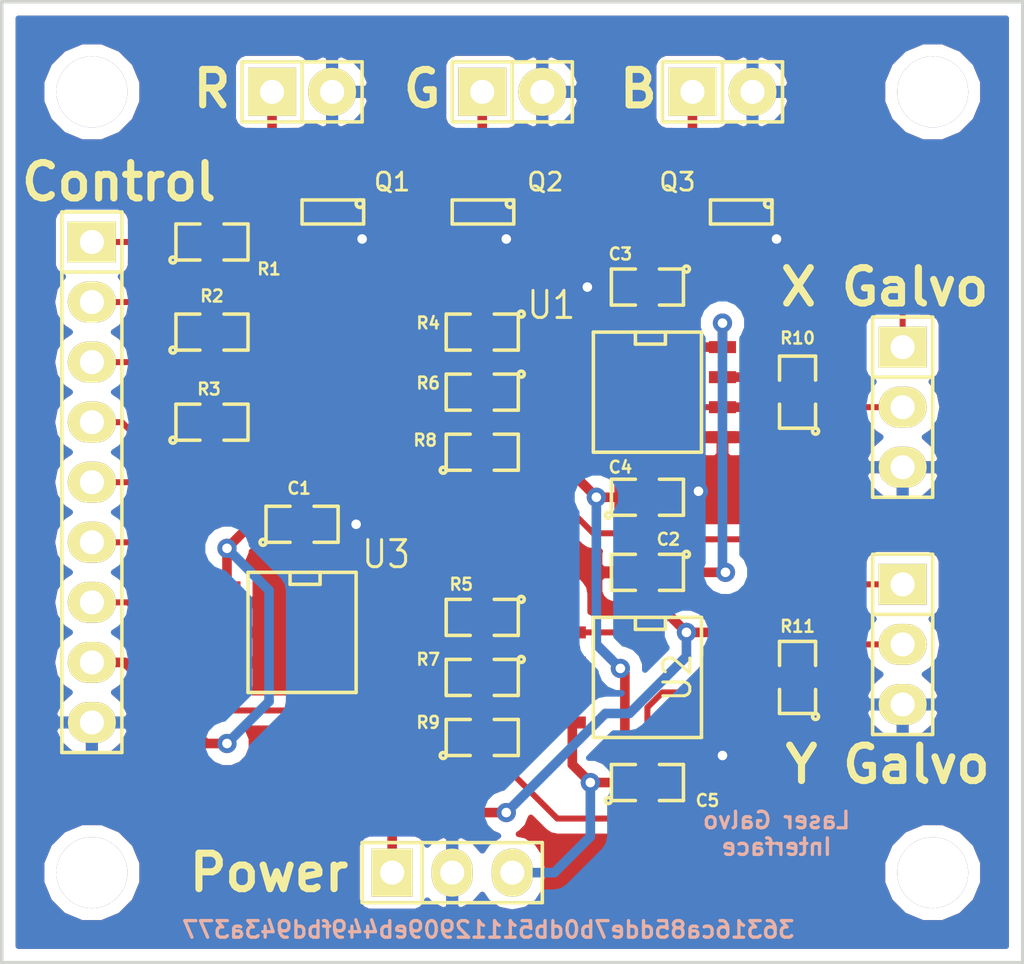
<source format=kicad_pcb>
(kicad_pcb (version 4) (host pcbnew "(2014-11-23 BZR 5300)-product")

  (general
    (links 62)
    (no_connects 0)
    (area 134.416073 83.312 218.105447 130.93446)
    (thickness 1.6)
    (drawings 13)
    (tracks 230)
    (zones 0)
    (modules 33)
    (nets 28)
  )

  (page A4)
  (layers
    (0 F.Cu signal)
    (31 B.Cu signal)
    (32 B.Adhes user)
    (33 F.Adhes user)
    (34 B.Paste user)
    (35 F.Paste user)
    (36 B.SilkS user)
    (37 F.SilkS user)
    (38 B.Mask user)
    (39 F.Mask user)
    (40 Dwgs.User user)
    (41 Cmts.User user)
    (42 Eco1.User user)
    (43 Eco2.User user)
    (44 Edge.Cuts user)
    (45 Margin user)
    (46 B.CrtYd user)
    (47 F.CrtYd user)
    (48 B.Fab user)
    (49 F.Fab user)
  )

  (setup
    (last_trace_width 0.4064)
    (user_trace_width 0.3048)
    (user_trace_width 0.4064)
    (user_trace_width 0.6096)
    (trace_clearance 0.254)
    (zone_clearance 0.508)
    (zone_45_only no)
    (trace_min 0.254)
    (segment_width 0.2)
    (edge_width 0.15)
    (via_size 0.889)
    (via_drill 0.635)
    (via_min_size 0.3302)
    (via_min_drill 0.508)
    (user_via 0.8128 0.4046)
    (uvia_size 0.508)
    (uvia_drill 0.127)
    (uvias_allowed no)
    (uvia_min_size 0.508)
    (uvia_min_drill 0.127)
    (pcb_text_width 0.3)
    (pcb_text_size 1.5 1.5)
    (mod_edge_width 0.15)
    (mod_text_size 1.5 1.5)
    (mod_text_width 0.15)
    (pad_size 1.4 1.4)
    (pad_drill 0.6)
    (pad_to_mask_clearance 0.2)
    (aux_axis_origin 0 0)
    (visible_elements FFFFFF7F)
    (pcbplotparams
      (layerselection 0x010f0_80000001)
      (usegerberextensions true)
      (excludeedgelayer true)
      (linewidth 0.100000)
      (plotframeref false)
      (viasonmask false)
      (mode 1)
      (useauxorigin false)
      (hpglpennumber 1)
      (hpglpenspeed 20)
      (hpglpendiameter 15)
      (hpglpenoverlay 2)
      (psnegative false)
      (psa4output false)
      (plotreference true)
      (plotvalue true)
      (plotinvisibletext false)
      (padsonsilk false)
      (subtractmaskfromsilk false)
      (outputformat 1)
      (mirror false)
      (drillshape 0)
      (scaleselection 1)
      (outputdirectory gerbers/))
  )

  (net 0 "")
  (net 1 +3.3V)
  (net 2 GND)
  (net 3 +12V)
  (net 4 -12V)
  (net 5 "Out X")
  (net 6 "Out ~X~")
  (net 7 "Out Y")
  (net 8 "Out ~Y~")
  (net 9 "Laser R")
  (net 10 "Laser G")
  (net 11 "Laser B")
  (net 12 SDI)
  (net 13 SCK)
  (net 14 ~CS~)
  (net 15 ~LDAC~)
  (net 16 "Laser ~R~")
  (net 17 "Laser ~G~")
  (net 18 "Laser ~B~")
  (net 19 "Net-(Q1-Pad1)")
  (net 20 "Net-(Q2-Pad1)")
  (net 21 "Net-(Q3-Pad1)")
  (net 22 "Net-(R4-Pad1)")
  (net 23 "Net-(R5-Pad1)")
  (net 24 "Net-(R10-Pad1)")
  (net 25 "Net-(R11-Pad1)")
  (net 26 "X DAC")
  (net 27 "Y DAC")

  (net_class Default "This is the default net class."
    (clearance 0.254)
    (trace_width 0.254)
    (via_dia 0.889)
    (via_drill 0.635)
    (uvia_dia 0.508)
    (uvia_drill 0.127)
    (add_net +12V)
    (add_net +3.3V)
    (add_net -12V)
    (add_net GND)
    (add_net "Laser B")
    (add_net "Laser G")
    (add_net "Laser R")
    (add_net "Laser ~B~")
    (add_net "Laser ~G~")
    (add_net "Laser ~R~")
    (add_net "Net-(Q1-Pad1)")
    (add_net "Net-(Q2-Pad1)")
    (add_net "Net-(Q3-Pad1)")
    (add_net "Net-(R10-Pad1)")
    (add_net "Net-(R11-Pad1)")
    (add_net "Net-(R4-Pad1)")
    (add_net "Net-(R5-Pad1)")
    (add_net "Out X")
    (add_net "Out Y")
    (add_net "Out ~X~")
    (add_net "Out ~Y~")
    (add_net SCK)
    (add_net SDI)
    (add_net "X DAC")
    (add_net "Y DAC")
    (add_net ~CS~)
    (add_net ~LDAC~)
  )

  (net_class small1 ""
    (clearance 0.254)
    (trace_width 0.4064)
    (via_dia 0.889)
    (via_drill 0.635)
    (uvia_dia 0.508)
    (uvia_drill 0.127)
  )

  (module Pin_Headers:Pin_Header_Straight_1x03 (layer F.Cu) (tedit 54740ADB) (tstamp 5473A10F)
    (at 191.77 104.775 270)
    (descr "Through hole pin header")
    (tags "pin header")
    (path /5471421A)
    (fp_text reference K1 (at -0.635 -2.54 270) (layer F.SilkS) hide
      (effects (font (size 1.27 1.27) (thickness 0.2032)))
    )
    (fp_text value CONN_3 (at 0 0 270) (layer F.SilkS) hide
      (effects (font (size 1.27 1.27) (thickness 0.2032)))
    )
    (fp_line (start -1.27 1.27) (end 3.81 1.27) (layer F.SilkS) (width 0.15))
    (fp_line (start 3.81 1.27) (end 3.81 -1.27) (layer F.SilkS) (width 0.15))
    (fp_line (start 3.81 -1.27) (end -1.27 -1.27) (layer F.SilkS) (width 0.15))
    (fp_line (start -3.81 -1.27) (end -1.27 -1.27) (layer F.SilkS) (width 0.15))
    (fp_line (start -1.27 -1.27) (end -1.27 1.27) (layer F.SilkS) (width 0.15))
    (fp_line (start -3.81 -1.27) (end -3.81 1.27) (layer F.SilkS) (width 0.15))
    (fp_line (start -3.81 1.27) (end -1.27 1.27) (layer F.SilkS) (width 0.15))
    (pad 1 thru_hole rect (at -2.54 0 270) (size 1.7272 2.032) (drill 1.016) (layers *.Cu *.Mask F.SilkS)
      (net 5 "Out X"))
    (pad 2 thru_hole oval (at 0 0 270) (size 1.7272 2.032) (drill 1.016) (layers *.Cu *.Mask F.SilkS)
      (net 6 "Out ~X~"))
    (pad 3 thru_hole oval (at 2.54 0 270) (size 1.7272 2.032) (drill 1.016) (layers *.Cu *.Mask F.SilkS)
      (net 2 GND))
    (model Pin_Headers/Pin_Header_Straight_1x03.wrl
      (at (xyz 0 0 0))
      (scale (xyz 1 1 1))
      (rotate (xyz 0 0 0))
    )
  )

  (module Pin_Headers:Pin_Header_Straight_1x03 (layer F.Cu) (tedit 54740AD7) (tstamp 5473A0E6)
    (at 191.77 114.808 270)
    (descr "Through hole pin header")
    (tags "pin header")
    (path /54714229)
    (fp_text reference K2 (at 0 -2.286 270) (layer F.SilkS) hide
      (effects (font (size 1.27 1.27) (thickness 0.2032)))
    )
    (fp_text value CONN_3 (at 0 0 270) (layer F.SilkS) hide
      (effects (font (size 1.27 1.27) (thickness 0.2032)))
    )
    (fp_line (start -1.27 1.27) (end 3.81 1.27) (layer F.SilkS) (width 0.15))
    (fp_line (start 3.81 1.27) (end 3.81 -1.27) (layer F.SilkS) (width 0.15))
    (fp_line (start 3.81 -1.27) (end -1.27 -1.27) (layer F.SilkS) (width 0.15))
    (fp_line (start -3.81 -1.27) (end -1.27 -1.27) (layer F.SilkS) (width 0.15))
    (fp_line (start -1.27 -1.27) (end -1.27 1.27) (layer F.SilkS) (width 0.15))
    (fp_line (start -3.81 -1.27) (end -3.81 1.27) (layer F.SilkS) (width 0.15))
    (fp_line (start -3.81 1.27) (end -1.27 1.27) (layer F.SilkS) (width 0.15))
    (pad 1 thru_hole rect (at -2.54 0 270) (size 1.7272 2.032) (drill 1.016) (layers *.Cu *.Mask F.SilkS)
      (net 7 "Out Y"))
    (pad 2 thru_hole oval (at 0 0 270) (size 1.7272 2.032) (drill 1.016) (layers *.Cu *.Mask F.SilkS)
      (net 8 "Out ~Y~"))
    (pad 3 thru_hole oval (at 2.54 0 270) (size 1.7272 2.032) (drill 1.016) (layers *.Cu *.Mask F.SilkS)
      (net 2 GND))
    (model Pin_Headers/Pin_Header_Straight_1x03.wrl
      (at (xyz 0 0 0))
      (scale (xyz 1 1 1))
      (rotate (xyz 0 0 0))
    )
  )

  (module Pin_Headers:Pin_Header_Straight_1x03 (layer F.Cu) (tedit 54740CC6) (tstamp 5473A11E)
    (at 172.72 124.46)
    (descr "Through hole pin header")
    (tags "pin header")
    (path /5473B92F)
    (fp_text reference K3 (at 0 -2.286) (layer F.SilkS) hide
      (effects (font (size 1.27 1.27) (thickness 0.2032)))
    )
    (fp_text value CONN_3 (at 0 0) (layer F.SilkS) hide
      (effects (font (size 1.27 1.27) (thickness 0.2032)))
    )
    (fp_line (start -1.27 1.27) (end 3.81 1.27) (layer F.SilkS) (width 0.15))
    (fp_line (start 3.81 1.27) (end 3.81 -1.27) (layer F.SilkS) (width 0.15))
    (fp_line (start 3.81 -1.27) (end -1.27 -1.27) (layer F.SilkS) (width 0.15))
    (fp_line (start -3.81 -1.27) (end -1.27 -1.27) (layer F.SilkS) (width 0.15))
    (fp_line (start -1.27 -1.27) (end -1.27 1.27) (layer F.SilkS) (width 0.15))
    (fp_line (start -3.81 -1.27) (end -3.81 1.27) (layer F.SilkS) (width 0.15))
    (fp_line (start -3.81 1.27) (end -1.27 1.27) (layer F.SilkS) (width 0.15))
    (pad 1 thru_hole rect (at -2.54 0) (size 1.7272 2.032) (drill 1.016) (layers *.Cu *.Mask F.SilkS)
      (net 3 +12V))
    (pad 2 thru_hole oval (at 0 0) (size 1.7272 2.032) (drill 1.016) (layers *.Cu *.Mask F.SilkS)
      (net 2 GND))
    (pad 3 thru_hole oval (at 2.54 0) (size 1.7272 2.032) (drill 1.016) (layers *.Cu *.Mask F.SilkS)
      (net 4 -12V))
    (model Pin_Headers/Pin_Header_Straight_1x03.wrl
      (at (xyz 0 0 0))
      (scale (xyz 1 1 1))
      (rotate (xyz 0 0 0))
    )
  )

  (module Pin_Headers:Pin_Header_Straight_1x09 (layer F.Cu) (tedit 54740CFB) (tstamp 54739F10)
    (at 157.48 107.95 270)
    (descr "Through hole pin header")
    (tags "pin header")
    (path /54714238)
    (fp_text reference P1 (at 0 -2.286 270) (layer F.SilkS) hide
      (effects (font (size 1.27 1.27) (thickness 0.2032)))
    )
    (fp_text value CONN_9 (at 0 0 270) (layer F.SilkS) hide
      (effects (font (size 1.27 1.27) (thickness 0.2032)))
    )
    (fp_line (start -8.89 -1.27) (end 11.43 -1.27) (layer F.SilkS) (width 0.15))
    (fp_line (start 11.43 -1.27) (end 11.43 1.27) (layer F.SilkS) (width 0.15))
    (fp_line (start 11.43 1.27) (end -8.89 1.27) (layer F.SilkS) (width 0.15))
    (fp_line (start -11.43 -1.27) (end -8.89 -1.27) (layer F.SilkS) (width 0.15))
    (fp_line (start -8.89 -1.27) (end -8.89 1.27) (layer F.SilkS) (width 0.15))
    (fp_line (start -11.43 -1.27) (end -11.43 1.27) (layer F.SilkS) (width 0.15))
    (fp_line (start -11.43 1.27) (end -8.89 1.27) (layer F.SilkS) (width 0.15))
    (pad 1 thru_hole rect (at -10.16 0 270) (size 1.7272 2.032) (drill 1.016) (layers *.Cu *.Mask F.SilkS)
      (net 9 "Laser R"))
    (pad 2 thru_hole oval (at -7.62 0 270) (size 1.7272 2.032) (drill 1.016) (layers *.Cu *.Mask F.SilkS)
      (net 10 "Laser G"))
    (pad 3 thru_hole oval (at -5.08 0 270) (size 1.7272 2.032) (drill 1.016) (layers *.Cu *.Mask F.SilkS)
      (net 11 "Laser B"))
    (pad 4 thru_hole oval (at -2.54 0 270) (size 1.7272 2.032) (drill 1.016) (layers *.Cu *.Mask F.SilkS)
      (net 14 ~CS~))
    (pad 5 thru_hole oval (at 0 0 270) (size 1.7272 2.032) (drill 1.016) (layers *.Cu *.Mask F.SilkS)
      (net 13 SCK))
    (pad 6 thru_hole oval (at 2.54 0 270) (size 1.7272 2.032) (drill 1.016) (layers *.Cu *.Mask F.SilkS)
      (net 12 SDI))
    (pad 7 thru_hole oval (at 5.08 0 270) (size 1.7272 2.032) (drill 1.016) (layers *.Cu *.Mask F.SilkS)
      (net 15 ~LDAC~))
    (pad 8 thru_hole oval (at 7.62 0 270) (size 1.7272 2.032) (drill 1.016) (layers *.Cu *.Mask F.SilkS)
      (net 1 +3.3V))
    (pad 9 thru_hole oval (at 10.16 0 270) (size 1.7272 2.032) (drill 1.016) (layers *.Cu *.Mask F.SilkS)
      (net 2 GND))
    (model Pin_Headers/Pin_Header_Straight_1x09.wrl
      (at (xyz 0 0 0))
      (scale (xyz 1 1 1))
      (rotate (xyz 0 0 0))
    )
  )

  (module Pin_Headers:Pin_Header_Straight_1x02 (layer F.Cu) (tedit 54740A81) (tstamp 54739F1C)
    (at 166.37 91.44)
    (descr "Through hole pin header")
    (tags "pin header")
    (path /547141ED)
    (fp_text reference P2 (at 0 -2.286) (layer F.SilkS) hide
      (effects (font (size 1.27 1.27) (thickness 0.2032)))
    )
    (fp_text value CONN_2 (at 0 0) (layer F.SilkS) hide
      (effects (font (size 1.27 1.27) (thickness 0.2032)))
    )
    (fp_line (start 0 -1.27) (end 0 1.27) (layer F.SilkS) (width 0.15))
    (fp_line (start -2.54 -1.27) (end -2.54 1.27) (layer F.SilkS) (width 0.15))
    (fp_line (start -2.54 1.27) (end 0 1.27) (layer F.SilkS) (width 0.15))
    (fp_line (start 0 1.27) (end 2.54 1.27) (layer F.SilkS) (width 0.15))
    (fp_line (start 2.54 1.27) (end 2.54 -1.27) (layer F.SilkS) (width 0.15))
    (fp_line (start 2.54 -1.27) (end -2.54 -1.27) (layer F.SilkS) (width 0.15))
    (pad 1 thru_hole rect (at -1.27 0) (size 2.032 2.032) (drill 1.016) (layers *.Cu *.Mask F.SilkS)
      (net 16 "Laser ~R~"))
    (pad 2 thru_hole oval (at 1.27 0) (size 2.032 2.032) (drill 1.016) (layers *.Cu *.Mask F.SilkS)
      (net 2 GND))
    (model Pin_Headers/Pin_Header_Straight_1x02.wrl
      (at (xyz 0 0 0))
      (scale (xyz 1 1 1))
      (rotate (xyz 0 0 0))
    )
  )

  (module Pin_Headers:Pin_Header_Straight_1x02 (layer F.Cu) (tedit 54740A8C) (tstamp 5473EB97)
    (at 175.26 91.44)
    (descr "Through hole pin header")
    (tags "pin header")
    (path /547141FC)
    (fp_text reference P3 (at 0 -2.286) (layer F.SilkS) hide
      (effects (font (size 1.27 1.27) (thickness 0.2032)))
    )
    (fp_text value CONN_2 (at 0 0) (layer F.SilkS) hide
      (effects (font (size 1.27 1.27) (thickness 0.2032)))
    )
    (fp_line (start 0 -1.27) (end 0 1.27) (layer F.SilkS) (width 0.15))
    (fp_line (start -2.54 -1.27) (end -2.54 1.27) (layer F.SilkS) (width 0.15))
    (fp_line (start -2.54 1.27) (end 0 1.27) (layer F.SilkS) (width 0.15))
    (fp_line (start 0 1.27) (end 2.54 1.27) (layer F.SilkS) (width 0.15))
    (fp_line (start 2.54 1.27) (end 2.54 -1.27) (layer F.SilkS) (width 0.15))
    (fp_line (start 2.54 -1.27) (end -2.54 -1.27) (layer F.SilkS) (width 0.15))
    (pad 1 thru_hole rect (at -1.27 0) (size 2.032 2.032) (drill 1.016) (layers *.Cu *.Mask F.SilkS)
      (net 17 "Laser ~G~"))
    (pad 2 thru_hole oval (at 1.27 0) (size 2.032 2.032) (drill 1.016) (layers *.Cu *.Mask F.SilkS)
      (net 2 GND))
    (model Pin_Headers/Pin_Header_Straight_1x02.wrl
      (at (xyz 0 0 0))
      (scale (xyz 1 1 1))
      (rotate (xyz 0 0 0))
    )
  )

  (module Pin_Headers:Pin_Header_Straight_1x02 (layer F.Cu) (tedit 54740AB6) (tstamp 5473A138)
    (at 184.15 91.44)
    (descr "Through hole pin header")
    (tags "pin header")
    (path /5471420B)
    (fp_text reference P4 (at 0 -2.286) (layer F.SilkS) hide
      (effects (font (size 1.27 1.27) (thickness 0.2032)))
    )
    (fp_text value CONN_2 (at 0 0) (layer F.SilkS) hide
      (effects (font (size 1.27 1.27) (thickness 0.2032)))
    )
    (fp_line (start 0 -1.27) (end 0 1.27) (layer F.SilkS) (width 0.15))
    (fp_line (start -2.54 -1.27) (end -2.54 1.27) (layer F.SilkS) (width 0.15))
    (fp_line (start -2.54 1.27) (end 0 1.27) (layer F.SilkS) (width 0.15))
    (fp_line (start 0 1.27) (end 2.54 1.27) (layer F.SilkS) (width 0.15))
    (fp_line (start 2.54 1.27) (end 2.54 -1.27) (layer F.SilkS) (width 0.15))
    (fp_line (start 2.54 -1.27) (end -2.54 -1.27) (layer F.SilkS) (width 0.15))
    (pad 1 thru_hole rect (at -1.27 0) (size 2.032 2.032) (drill 1.016) (layers *.Cu *.Mask F.SilkS)
      (net 18 "Laser ~B~"))
    (pad 2 thru_hole oval (at 1.27 0) (size 2.032 2.032) (drill 1.016) (layers *.Cu *.Mask F.SilkS)
      (net 2 GND))
    (model Pin_Headers/Pin_Header_Straight_1x02.wrl
      (at (xyz 0 0 0))
      (scale (xyz 1 1 1))
      (rotate (xyz 0 0 0))
    )
  )

  (module SMD_Packages:SOT-23 (layer F.Cu) (tedit 54740E61) (tstamp 5473A100)
    (at 167.64 96.52 180)
    (tags SOT23)
    (path /54713AC4)
    (fp_text reference Q1 (at -2.54 1.27 360) (layer F.SilkS)
      (effects (font (size 0.762 0.762) (thickness 0.11938)))
    )
    (fp_text value PZT2222A (at 0.0635 0 180) (layer F.SilkS) hide
      (effects (font (size 0.50038 0.50038) (thickness 0.09906)))
    )
    (fp_circle (center -1.17602 0.35052) (end -1.30048 0.44958) (layer F.SilkS) (width 0.15))
    (fp_line (start 1.27 -0.508) (end 1.27 0.508) (layer F.SilkS) (width 0.15))
    (fp_line (start -1.3335 -0.508) (end -1.3335 0.508) (layer F.SilkS) (width 0.15))
    (fp_line (start 1.27 0.508) (end -1.3335 0.508) (layer F.SilkS) (width 0.15))
    (fp_line (start -1.3335 -0.508) (end 1.27 -0.508) (layer F.SilkS) (width 0.15))
    (pad 3 smd rect (at 0 -1.09982 180) (size 0.8001 1.00076) (layers F.Cu F.Paste F.Mask)
      (net 2 GND))
    (pad 2 smd rect (at 0.9525 1.09982 180) (size 0.8001 1.00076) (layers F.Cu F.Paste F.Mask)
      (net 16 "Laser ~R~"))
    (pad 1 smd rect (at -0.9525 1.09982 180) (size 0.8001 1.00076) (layers F.Cu F.Paste F.Mask)
      (net 19 "Net-(Q1-Pad1)"))
    (model smd\SOT23_3.wrl
      (at (xyz 0 0 0))
      (scale (xyz 0.4 0.4 0.4))
      (rotate (xyz 0 0 180))
    )
  )

  (module SMD_Packages:SOT-23 (layer F.Cu) (tedit 54740E5B) (tstamp 5473A12B)
    (at 173.99 96.52 180)
    (tags SOT23)
    (path /54713AD3)
    (fp_text reference Q2 (at -2.667 1.27 360) (layer F.SilkS)
      (effects (font (size 0.762 0.762) (thickness 0.11938)))
    )
    (fp_text value PZT2222A (at 0.0635 0 180) (layer F.SilkS) hide
      (effects (font (size 0.50038 0.50038) (thickness 0.09906)))
    )
    (fp_circle (center -1.17602 0.35052) (end -1.30048 0.44958) (layer F.SilkS) (width 0.15))
    (fp_line (start 1.27 -0.508) (end 1.27 0.508) (layer F.SilkS) (width 0.15))
    (fp_line (start -1.3335 -0.508) (end -1.3335 0.508) (layer F.SilkS) (width 0.15))
    (fp_line (start 1.27 0.508) (end -1.3335 0.508) (layer F.SilkS) (width 0.15))
    (fp_line (start -1.3335 -0.508) (end 1.27 -0.508) (layer F.SilkS) (width 0.15))
    (pad 3 smd rect (at 0 -1.09982 180) (size 0.8001 1.00076) (layers F.Cu F.Paste F.Mask)
      (net 2 GND))
    (pad 2 smd rect (at 0.9525 1.09982 180) (size 0.8001 1.00076) (layers F.Cu F.Paste F.Mask)
      (net 17 "Laser ~G~"))
    (pad 1 smd rect (at -0.9525 1.09982 180) (size 0.8001 1.00076) (layers F.Cu F.Paste F.Mask)
      (net 20 "Net-(Q2-Pad1)"))
    (model smd\SOT23_3.wrl
      (at (xyz 0 0 0))
      (scale (xyz 0.4 0.4 0.4))
      (rotate (xyz 0 0 180))
    )
  )

  (module SMD_Packages:SOT-23 (layer F.Cu) (tedit 54740E54) (tstamp 54739F58)
    (at 184.912 96.52 180)
    (tags SOT23)
    (path /54713AE2)
    (fp_text reference Q3 (at 2.667 1.27 360) (layer F.SilkS)
      (effects (font (size 0.762 0.762) (thickness 0.11938)))
    )
    (fp_text value PZT2222A (at 0.0635 0 180) (layer F.SilkS) hide
      (effects (font (size 0.50038 0.50038) (thickness 0.09906)))
    )
    (fp_circle (center -1.17602 0.35052) (end -1.30048 0.44958) (layer F.SilkS) (width 0.15))
    (fp_line (start 1.27 -0.508) (end 1.27 0.508) (layer F.SilkS) (width 0.15))
    (fp_line (start -1.3335 -0.508) (end -1.3335 0.508) (layer F.SilkS) (width 0.15))
    (fp_line (start 1.27 0.508) (end -1.3335 0.508) (layer F.SilkS) (width 0.15))
    (fp_line (start -1.3335 -0.508) (end 1.27 -0.508) (layer F.SilkS) (width 0.15))
    (pad 3 smd rect (at 0 -1.09982 180) (size 0.8001 1.00076) (layers F.Cu F.Paste F.Mask)
      (net 2 GND))
    (pad 2 smd rect (at 0.9525 1.09982 180) (size 0.8001 1.00076) (layers F.Cu F.Paste F.Mask)
      (net 18 "Laser ~B~"))
    (pad 1 smd rect (at -0.9525 1.09982 180) (size 0.8001 1.00076) (layers F.Cu F.Paste F.Mask)
      (net 21 "Net-(Q3-Pad1)"))
    (model smd\SOT23_3.wrl
      (at (xyz 0 0 0))
      (scale (xyz 0.4 0.4 0.4))
      (rotate (xyz 0 0 180))
    )
  )

  (module SMD_Packages:SOIC-8-N (layer F.Cu) (tedit 54740D8B) (tstamp 5473A14C)
    (at 180.975 104.14 270)
    (descr "Module Narrow CMS SOJ 8 pins large")
    (tags "CMS SOJ")
    (path /54713C60)
    (attr smd)
    (fp_text reference U1 (at -3.683 4.064 360) (layer F.SilkS)
      (effects (font (size 1.143 1.016) (thickness 0.127)))
    )
    (fp_text value LM358 (at 0 1.27 270) (layer F.SilkS) hide
      (effects (font (size 1.016 1.016) (thickness 0.127)))
    )
    (fp_line (start -2.54 -2.286) (end 2.54 -2.286) (layer F.SilkS) (width 0.15))
    (fp_line (start 2.54 -2.286) (end 2.54 2.286) (layer F.SilkS) (width 0.15))
    (fp_line (start 2.54 2.286) (end -2.54 2.286) (layer F.SilkS) (width 0.15))
    (fp_line (start -2.54 2.286) (end -2.54 -2.286) (layer F.SilkS) (width 0.15))
    (fp_line (start -2.54 -0.762) (end -2.032 -0.762) (layer F.SilkS) (width 0.15))
    (fp_line (start -2.032 -0.762) (end -2.032 0.508) (layer F.SilkS) (width 0.15))
    (fp_line (start -2.032 0.508) (end -2.54 0.508) (layer F.SilkS) (width 0.15))
    (pad 8 smd rect (at -1.905 -3.175 270) (size 0.508 1.143) (layers F.Cu F.Paste F.Mask)
      (net 3 +12V))
    (pad 7 smd rect (at -0.635 -3.175 270) (size 0.508 1.143) (layers F.Cu F.Paste F.Mask)
      (net 6 "Out ~X~"))
    (pad 6 smd rect (at 0.635 -3.175 270) (size 0.508 1.143) (layers F.Cu F.Paste F.Mask)
      (net 24 "Net-(R10-Pad1)"))
    (pad 5 smd rect (at 1.905 -3.175 270) (size 0.508 1.143) (layers F.Cu F.Paste F.Mask)
      (net 2 GND))
    (pad 4 smd rect (at 1.905 3.175 270) (size 0.508 1.143) (layers F.Cu F.Paste F.Mask)
      (net 4 -12V))
    (pad 3 smd rect (at 0.635 3.175 270) (size 0.508 1.143) (layers F.Cu F.Paste F.Mask)
      (net 26 "X DAC"))
    (pad 2 smd rect (at -0.635 3.175 270) (size 0.508 1.143) (layers F.Cu F.Paste F.Mask)
      (net 22 "Net-(R4-Pad1)"))
    (pad 1 smd rect (at -1.905 3.175 270) (size 0.508 1.143) (layers F.Cu F.Paste F.Mask)
      (net 5 "Out X"))
    (model smd/cms_so8.wrl
      (at (xyz 0 0 0))
      (scale (xyz 0.5 0.38 0.5))
      (rotate (xyz 0 0 0))
    )
  )

  (module SMD_Packages:SOIC-8-N (layer F.Cu) (tedit 54740AEB) (tstamp 5473A002)
    (at 180.975 116.205 270)
    (descr "Module Narrow CMS SOJ 8 pins large")
    (tags "CMS SOJ")
    (path /5471401A)
    (attr smd)
    (fp_text reference U2 (at 0 -1.27 270) (layer F.SilkS)
      (effects (font (size 1.143 1.016) (thickness 0.127)))
    )
    (fp_text value LM358 (at 0 1.27 270) (layer F.SilkS) hide
      (effects (font (size 1.016 1.016) (thickness 0.127)))
    )
    (fp_line (start -2.54 -2.286) (end 2.54 -2.286) (layer F.SilkS) (width 0.15))
    (fp_line (start 2.54 -2.286) (end 2.54 2.286) (layer F.SilkS) (width 0.15))
    (fp_line (start 2.54 2.286) (end -2.54 2.286) (layer F.SilkS) (width 0.15))
    (fp_line (start -2.54 2.286) (end -2.54 -2.286) (layer F.SilkS) (width 0.15))
    (fp_line (start -2.54 -0.762) (end -2.032 -0.762) (layer F.SilkS) (width 0.15))
    (fp_line (start -2.032 -0.762) (end -2.032 0.508) (layer F.SilkS) (width 0.15))
    (fp_line (start -2.032 0.508) (end -2.54 0.508) (layer F.SilkS) (width 0.15))
    (pad 8 smd rect (at -1.905 -3.175 270) (size 0.508 1.143) (layers F.Cu F.Paste F.Mask)
      (net 3 +12V))
    (pad 7 smd rect (at -0.635 -3.175 270) (size 0.508 1.143) (layers F.Cu F.Paste F.Mask)
      (net 8 "Out ~Y~"))
    (pad 6 smd rect (at 0.635 -3.175 270) (size 0.508 1.143) (layers F.Cu F.Paste F.Mask)
      (net 25 "Net-(R11-Pad1)"))
    (pad 5 smd rect (at 1.905 -3.175 270) (size 0.508 1.143) (layers F.Cu F.Paste F.Mask)
      (net 2 GND))
    (pad 4 smd rect (at 1.905 3.175 270) (size 0.508 1.143) (layers F.Cu F.Paste F.Mask)
      (net 4 -12V))
    (pad 3 smd rect (at 0.635 3.175 270) (size 0.508 1.143) (layers F.Cu F.Paste F.Mask)
      (net 27 "Y DAC"))
    (pad 2 smd rect (at -0.635 3.175 270) (size 0.508 1.143) (layers F.Cu F.Paste F.Mask)
      (net 23 "Net-(R5-Pad1)"))
    (pad 1 smd rect (at -1.905 3.175 270) (size 0.508 1.143) (layers F.Cu F.Paste F.Mask)
      (net 7 "Out Y"))
    (model smd/cms_so8.wrl
      (at (xyz 0 0 0))
      (scale (xyz 0.5 0.38 0.5))
      (rotate (xyz 0 0 0))
    )
  )

  (module SMD_Packages:SOIC-8-N (layer F.Cu) (tedit 54740D9B) (tstamp 5473A015)
    (at 166.37 114.3 270)
    (descr "Module Narrow CMS SOJ 8 pins large")
    (tags "CMS SOJ")
    (path /54713BD3)
    (attr smd)
    (fp_text reference U3 (at -3.302 -3.556 360) (layer F.SilkS)
      (effects (font (size 1.143 1.016) (thickness 0.127)))
    )
    (fp_text value MCP4822 (at 0 1.27 270) (layer F.SilkS) hide
      (effects (font (size 1.016 1.016) (thickness 0.127)))
    )
    (fp_line (start -2.54 -2.286) (end 2.54 -2.286) (layer F.SilkS) (width 0.15))
    (fp_line (start 2.54 -2.286) (end 2.54 2.286) (layer F.SilkS) (width 0.15))
    (fp_line (start 2.54 2.286) (end -2.54 2.286) (layer F.SilkS) (width 0.15))
    (fp_line (start -2.54 2.286) (end -2.54 -2.286) (layer F.SilkS) (width 0.15))
    (fp_line (start -2.54 -0.762) (end -2.032 -0.762) (layer F.SilkS) (width 0.15))
    (fp_line (start -2.032 -0.762) (end -2.032 0.508) (layer F.SilkS) (width 0.15))
    (fp_line (start -2.032 0.508) (end -2.54 0.508) (layer F.SilkS) (width 0.15))
    (pad 8 smd rect (at -1.905 -3.175 270) (size 0.508 1.143) (layers F.Cu F.Paste F.Mask)
      (net 26 "X DAC"))
    (pad 7 smd rect (at -0.635 -3.175 270) (size 0.508 1.143) (layers F.Cu F.Paste F.Mask)
      (net 2 GND))
    (pad 6 smd rect (at 0.635 -3.175 270) (size 0.508 1.143) (layers F.Cu F.Paste F.Mask)
      (net 27 "Y DAC"))
    (pad 5 smd rect (at 1.905 -3.175 270) (size 0.508 1.143) (layers F.Cu F.Paste F.Mask)
      (net 15 ~LDAC~))
    (pad 4 smd rect (at 1.905 3.175 270) (size 0.508 1.143) (layers F.Cu F.Paste F.Mask)
      (net 12 SDI))
    (pad 3 smd rect (at 0.635 3.175 270) (size 0.508 1.143) (layers F.Cu F.Paste F.Mask)
      (net 13 SCK))
    (pad 2 smd rect (at -0.635 3.175 270) (size 0.508 1.143) (layers F.Cu F.Paste F.Mask)
      (net 14 ~CS~))
    (pad 1 smd rect (at -1.905 3.175 270) (size 0.508 1.143) (layers F.Cu F.Paste F.Mask)
      (net 1 +3.3V))
    (model smd/cms_so8.wrl
      (at (xyz 0 0 0))
      (scale (xyz 0.5 0.38 0.5))
      (rotate (xyz 0 0 0))
    )
  )

  (module SMD_Packages:SMD-0805 (layer F.Cu) (tedit 54740D9F) (tstamp 5473A3D1)
    (at 166.37 109.728)
    (path /54739A31)
    (attr smd)
    (fp_text reference C1 (at -0.127 -1.524) (layer F.SilkS)
      (effects (font (size 0.50038 0.50038) (thickness 0.10922)))
    )
    (fp_text value C (at 0 0.381) (layer F.SilkS) hide
      (effects (font (size 0.50038 0.50038) (thickness 0.10922)))
    )
    (fp_circle (center -1.651 0.762) (end -1.651 0.635) (layer F.SilkS) (width 0.15))
    (fp_line (start -0.508 0.762) (end -1.524 0.762) (layer F.SilkS) (width 0.15))
    (fp_line (start -1.524 0.762) (end -1.524 -0.762) (layer F.SilkS) (width 0.15))
    (fp_line (start -1.524 -0.762) (end -0.508 -0.762) (layer F.SilkS) (width 0.15))
    (fp_line (start 0.508 -0.762) (end 1.524 -0.762) (layer F.SilkS) (width 0.15))
    (fp_line (start 1.524 -0.762) (end 1.524 0.762) (layer F.SilkS) (width 0.15))
    (fp_line (start 1.524 0.762) (end 0.508 0.762) (layer F.SilkS) (width 0.15))
    (pad 1 smd rect (at -0.9525 0) (size 0.889 1.397) (layers F.Cu F.Paste F.Mask)
      (net 1 +3.3V))
    (pad 2 smd rect (at 0.9525 0) (size 0.889 1.397) (layers F.Cu F.Paste F.Mask)
      (net 2 GND))
    (model smd/chip_cms.wrl
      (at (xyz 0 0 0))
      (scale (xyz 0.1 0.1 0.1))
      (rotate (xyz 0 0 0))
    )
  )

  (module SMD_Packages:SMD-0805 (layer F.Cu) (tedit 54740D5E) (tstamp 5473A3DD)
    (at 180.975 111.76 180)
    (path /5473A00C)
    (attr smd)
    (fp_text reference C2 (at -0.889 1.397 180) (layer F.SilkS)
      (effects (font (size 0.50038 0.50038) (thickness 0.10922)))
    )
    (fp_text value C (at 0.762 1.143 180) (layer F.SilkS) hide
      (effects (font (size 0.50038 0.50038) (thickness 0.10922)))
    )
    (fp_circle (center -1.651 0.762) (end -1.651 0.635) (layer F.SilkS) (width 0.15))
    (fp_line (start -0.508 0.762) (end -1.524 0.762) (layer F.SilkS) (width 0.15))
    (fp_line (start -1.524 0.762) (end -1.524 -0.762) (layer F.SilkS) (width 0.15))
    (fp_line (start -1.524 -0.762) (end -0.508 -0.762) (layer F.SilkS) (width 0.15))
    (fp_line (start 0.508 -0.762) (end 1.524 -0.762) (layer F.SilkS) (width 0.15))
    (fp_line (start 1.524 -0.762) (end 1.524 0.762) (layer F.SilkS) (width 0.15))
    (fp_line (start 1.524 0.762) (end 0.508 0.762) (layer F.SilkS) (width 0.15))
    (pad 1 smd rect (at -0.9525 0 180) (size 0.889 1.397) (layers F.Cu F.Paste F.Mask)
      (net 3 +12V))
    (pad 2 smd rect (at 0.9525 0 180) (size 0.889 1.397) (layers F.Cu F.Paste F.Mask)
      (net 2 GND))
    (model smd/chip_cms.wrl
      (at (xyz 0 0 0))
      (scale (xyz 0.1 0.1 0.1))
      (rotate (xyz 0 0 0))
    )
  )

  (module SMD_Packages:SMD-0805 (layer F.Cu) (tedit 54740D83) (tstamp 5473A3E9)
    (at 180.975 99.695 180)
    (path /5473A055)
    (attr smd)
    (fp_text reference C3 (at 1.143 1.397 180) (layer F.SilkS)
      (effects (font (size 0.50038 0.50038) (thickness 0.10922)))
    )
    (fp_text value C (at 0 0.381 180) (layer F.SilkS) hide
      (effects (font (size 0.50038 0.50038) (thickness 0.10922)))
    )
    (fp_circle (center -1.651 0.762) (end -1.651 0.635) (layer F.SilkS) (width 0.15))
    (fp_line (start -0.508 0.762) (end -1.524 0.762) (layer F.SilkS) (width 0.15))
    (fp_line (start -1.524 0.762) (end -1.524 -0.762) (layer F.SilkS) (width 0.15))
    (fp_line (start -1.524 -0.762) (end -0.508 -0.762) (layer F.SilkS) (width 0.15))
    (fp_line (start 0.508 -0.762) (end 1.524 -0.762) (layer F.SilkS) (width 0.15))
    (fp_line (start 1.524 -0.762) (end 1.524 0.762) (layer F.SilkS) (width 0.15))
    (fp_line (start 1.524 0.762) (end 0.508 0.762) (layer F.SilkS) (width 0.15))
    (pad 1 smd rect (at -0.9525 0 180) (size 0.889 1.397) (layers F.Cu F.Paste F.Mask)
      (net 3 +12V))
    (pad 2 smd rect (at 0.9525 0 180) (size 0.889 1.397) (layers F.Cu F.Paste F.Mask)
      (net 2 GND))
    (model smd/chip_cms.wrl
      (at (xyz 0 0 0))
      (scale (xyz 0.1 0.1 0.1))
      (rotate (xyz 0 0 0))
    )
  )

  (module SMD_Packages:SMD-0805 (layer F.Cu) (tedit 54740D95) (tstamp 5473A3F5)
    (at 180.975 108.585)
    (path /5473A06E)
    (attr smd)
    (fp_text reference C4 (at -1.143 -1.27) (layer F.SilkS)
      (effects (font (size 0.50038 0.50038) (thickness 0.10922)))
    )
    (fp_text value C (at 0 0.381) (layer F.SilkS) hide
      (effects (font (size 0.50038 0.50038) (thickness 0.10922)))
    )
    (fp_circle (center -1.651 0.762) (end -1.651 0.635) (layer F.SilkS) (width 0.15))
    (fp_line (start -0.508 0.762) (end -1.524 0.762) (layer F.SilkS) (width 0.15))
    (fp_line (start -1.524 0.762) (end -1.524 -0.762) (layer F.SilkS) (width 0.15))
    (fp_line (start -1.524 -0.762) (end -0.508 -0.762) (layer F.SilkS) (width 0.15))
    (fp_line (start 0.508 -0.762) (end 1.524 -0.762) (layer F.SilkS) (width 0.15))
    (fp_line (start 1.524 -0.762) (end 1.524 0.762) (layer F.SilkS) (width 0.15))
    (fp_line (start 1.524 0.762) (end 0.508 0.762) (layer F.SilkS) (width 0.15))
    (pad 1 smd rect (at -0.9525 0) (size 0.889 1.397) (layers F.Cu F.Paste F.Mask)
      (net 4 -12V))
    (pad 2 smd rect (at 0.9525 0) (size 0.889 1.397) (layers F.Cu F.Paste F.Mask)
      (net 2 GND))
    (model smd/chip_cms.wrl
      (at (xyz 0 0 0))
      (scale (xyz 0.1 0.1 0.1))
      (rotate (xyz 0 0 0))
    )
  )

  (module SMD_Packages:SMD-0805 (layer F.Cu) (tedit 54740D7B) (tstamp 5473A401)
    (at 180.975 120.65)
    (path /5473A1A9)
    (attr smd)
    (fp_text reference C5 (at 2.54 0.762) (layer F.SilkS)
      (effects (font (size 0.50038 0.50038) (thickness 0.10922)))
    )
    (fp_text value C (at 0 0.381) (layer F.SilkS) hide
      (effects (font (size 0.50038 0.50038) (thickness 0.10922)))
    )
    (fp_circle (center -1.651 0.762) (end -1.651 0.635) (layer F.SilkS) (width 0.15))
    (fp_line (start -0.508 0.762) (end -1.524 0.762) (layer F.SilkS) (width 0.15))
    (fp_line (start -1.524 0.762) (end -1.524 -0.762) (layer F.SilkS) (width 0.15))
    (fp_line (start -1.524 -0.762) (end -0.508 -0.762) (layer F.SilkS) (width 0.15))
    (fp_line (start 0.508 -0.762) (end 1.524 -0.762) (layer F.SilkS) (width 0.15))
    (fp_line (start 1.524 -0.762) (end 1.524 0.762) (layer F.SilkS) (width 0.15))
    (fp_line (start 1.524 0.762) (end 0.508 0.762) (layer F.SilkS) (width 0.15))
    (pad 1 smd rect (at -0.9525 0) (size 0.889 1.397) (layers F.Cu F.Paste F.Mask)
      (net 4 -12V))
    (pad 2 smd rect (at 0.9525 0) (size 0.889 1.397) (layers F.Cu F.Paste F.Mask)
      (net 2 GND))
    (model smd/chip_cms.wrl
      (at (xyz 0 0 0))
      (scale (xyz 0.1 0.1 0.1))
      (rotate (xyz 0 0 0))
    )
  )

  (module SMD_Packages:SMD-0805 (layer F.Cu) (tedit 54740E99) (tstamp 5473A40D)
    (at 162.56 97.79)
    (path /5471446E)
    (attr smd)
    (fp_text reference R1 (at 2.413 1.143) (layer F.SilkS)
      (effects (font (size 0.50038 0.50038) (thickness 0.10922)))
    )
    (fp_text value R (at 0 0.381) (layer F.SilkS) hide
      (effects (font (size 0.50038 0.50038) (thickness 0.10922)))
    )
    (fp_circle (center -1.651 0.762) (end -1.651 0.635) (layer F.SilkS) (width 0.15))
    (fp_line (start -0.508 0.762) (end -1.524 0.762) (layer F.SilkS) (width 0.15))
    (fp_line (start -1.524 0.762) (end -1.524 -0.762) (layer F.SilkS) (width 0.15))
    (fp_line (start -1.524 -0.762) (end -0.508 -0.762) (layer F.SilkS) (width 0.15))
    (fp_line (start 0.508 -0.762) (end 1.524 -0.762) (layer F.SilkS) (width 0.15))
    (fp_line (start 1.524 -0.762) (end 1.524 0.762) (layer F.SilkS) (width 0.15))
    (fp_line (start 1.524 0.762) (end 0.508 0.762) (layer F.SilkS) (width 0.15))
    (pad 1 smd rect (at -0.9525 0) (size 0.889 1.397) (layers F.Cu F.Paste F.Mask)
      (net 9 "Laser R"))
    (pad 2 smd rect (at 0.9525 0) (size 0.889 1.397) (layers F.Cu F.Paste F.Mask)
      (net 19 "Net-(Q1-Pad1)"))
    (model smd/chip_cms.wrl
      (at (xyz 0 0 0))
      (scale (xyz 0.1 0.1 0.1))
      (rotate (xyz 0 0 0))
    )
  )

  (module SMD_Packages:SMD-0805 (layer F.Cu) (tedit 54740DA7) (tstamp 5473A419)
    (at 162.56 101.6)
    (path /5471445F)
    (attr smd)
    (fp_text reference R2 (at 0 -1.524) (layer F.SilkS)
      (effects (font (size 0.50038 0.50038) (thickness 0.10922)))
    )
    (fp_text value R (at 0 0.381) (layer F.SilkS) hide
      (effects (font (size 0.50038 0.50038) (thickness 0.10922)))
    )
    (fp_circle (center -1.651 0.762) (end -1.651 0.635) (layer F.SilkS) (width 0.15))
    (fp_line (start -0.508 0.762) (end -1.524 0.762) (layer F.SilkS) (width 0.15))
    (fp_line (start -1.524 0.762) (end -1.524 -0.762) (layer F.SilkS) (width 0.15))
    (fp_line (start -1.524 -0.762) (end -0.508 -0.762) (layer F.SilkS) (width 0.15))
    (fp_line (start 0.508 -0.762) (end 1.524 -0.762) (layer F.SilkS) (width 0.15))
    (fp_line (start 1.524 -0.762) (end 1.524 0.762) (layer F.SilkS) (width 0.15))
    (fp_line (start 1.524 0.762) (end 0.508 0.762) (layer F.SilkS) (width 0.15))
    (pad 1 smd rect (at -0.9525 0) (size 0.889 1.397) (layers F.Cu F.Paste F.Mask)
      (net 10 "Laser G"))
    (pad 2 smd rect (at 0.9525 0) (size 0.889 1.397) (layers F.Cu F.Paste F.Mask)
      (net 20 "Net-(Q2-Pad1)"))
    (model smd/chip_cms.wrl
      (at (xyz 0 0 0))
      (scale (xyz 0.1 0.1 0.1))
      (rotate (xyz 0 0 0))
    )
  )

  (module SMD_Packages:SMD-0805 (layer F.Cu) (tedit 54740DA3) (tstamp 5473A425)
    (at 162.56 105.41)
    (path /54714450)
    (attr smd)
    (fp_text reference R3 (at -0.127 -1.397) (layer F.SilkS)
      (effects (font (size 0.50038 0.50038) (thickness 0.10922)))
    )
    (fp_text value R (at 0 0.381) (layer F.SilkS) hide
      (effects (font (size 0.50038 0.50038) (thickness 0.10922)))
    )
    (fp_circle (center -1.651 0.762) (end -1.651 0.635) (layer F.SilkS) (width 0.15))
    (fp_line (start -0.508 0.762) (end -1.524 0.762) (layer F.SilkS) (width 0.15))
    (fp_line (start -1.524 0.762) (end -1.524 -0.762) (layer F.SilkS) (width 0.15))
    (fp_line (start -1.524 -0.762) (end -0.508 -0.762) (layer F.SilkS) (width 0.15))
    (fp_line (start 0.508 -0.762) (end 1.524 -0.762) (layer F.SilkS) (width 0.15))
    (fp_line (start 1.524 -0.762) (end 1.524 0.762) (layer F.SilkS) (width 0.15))
    (fp_line (start 1.524 0.762) (end 0.508 0.762) (layer F.SilkS) (width 0.15))
    (pad 1 smd rect (at -0.9525 0) (size 0.889 1.397) (layers F.Cu F.Paste F.Mask)
      (net 11 "Laser B"))
    (pad 2 smd rect (at 0.9525 0) (size 0.889 1.397) (layers F.Cu F.Paste F.Mask)
      (net 21 "Net-(Q3-Pad1)"))
    (model smd/chip_cms.wrl
      (at (xyz 0 0 0))
      (scale (xyz 0.1 0.1 0.1))
      (rotate (xyz 0 0 0))
    )
  )

  (module SMD_Packages:SMD-0805 (layer F.Cu) (tedit 54741697) (tstamp 5473A431)
    (at 173.99 101.6 180)
    (path /54713D7A)
    (attr smd)
    (fp_text reference R4 (at 2.286 0.381 180) (layer F.SilkS)
      (effects (font (size 0.50038 0.50038) (thickness 0.10922)))
    )
    (fp_text value 10K (at 0 0.381 180) (layer F.SilkS) hide
      (effects (font (size 0.50038 0.50038) (thickness 0.10922)))
    )
    (fp_circle (center -1.651 0.762) (end -1.651 0.635) (layer F.SilkS) (width 0.15))
    (fp_line (start -0.508 0.762) (end -1.524 0.762) (layer F.SilkS) (width 0.15))
    (fp_line (start -1.524 0.762) (end -1.524 -0.762) (layer F.SilkS) (width 0.15))
    (fp_line (start -1.524 -0.762) (end -0.508 -0.762) (layer F.SilkS) (width 0.15))
    (fp_line (start 0.508 -0.762) (end 1.524 -0.762) (layer F.SilkS) (width 0.15))
    (fp_line (start 1.524 -0.762) (end 1.524 0.762) (layer F.SilkS) (width 0.15))
    (fp_line (start 1.524 0.762) (end 0.508 0.762) (layer F.SilkS) (width 0.15))
    (pad 1 smd rect (at -0.9525 0 180) (size 0.889 1.397) (layers F.Cu F.Paste F.Mask)
      (net 22 "Net-(R4-Pad1)"))
    (pad 2 smd rect (at 0.9525 0 180) (size 0.889 1.397) (layers F.Cu F.Paste F.Mask)
      (net 2 GND))
    (model smd/chip_cms.wrl
      (at (xyz 0 0 0))
      (scale (xyz 0.1 0.1 0.1))
      (rotate (xyz 0 0 0))
    )
  )

  (module SMD_Packages:SMD-0805 (layer F.Cu) (tedit 54740D6F) (tstamp 5473A43D)
    (at 173.99 113.665 180)
    (path /54714050)
    (attr smd)
    (fp_text reference R5 (at 0.889 1.397 180) (layer F.SilkS)
      (effects (font (size 0.50038 0.50038) (thickness 0.10922)))
    )
    (fp_text value R (at 0 0.381 180) (layer F.SilkS) hide
      (effects (font (size 0.50038 0.50038) (thickness 0.10922)))
    )
    (fp_circle (center -1.651 0.762) (end -1.651 0.635) (layer F.SilkS) (width 0.15))
    (fp_line (start -0.508 0.762) (end -1.524 0.762) (layer F.SilkS) (width 0.15))
    (fp_line (start -1.524 0.762) (end -1.524 -0.762) (layer F.SilkS) (width 0.15))
    (fp_line (start -1.524 -0.762) (end -0.508 -0.762) (layer F.SilkS) (width 0.15))
    (fp_line (start 0.508 -0.762) (end 1.524 -0.762) (layer F.SilkS) (width 0.15))
    (fp_line (start 1.524 -0.762) (end 1.524 0.762) (layer F.SilkS) (width 0.15))
    (fp_line (start 1.524 0.762) (end 0.508 0.762) (layer F.SilkS) (width 0.15))
    (pad 1 smd rect (at -0.9525 0 180) (size 0.889 1.397) (layers F.Cu F.Paste F.Mask)
      (net 23 "Net-(R5-Pad1)"))
    (pad 2 smd rect (at 0.9525 0 180) (size 0.889 1.397) (layers F.Cu F.Paste F.Mask)
      (net 2 GND))
    (model smd/chip_cms.wrl
      (at (xyz 0 0 0))
      (scale (xyz 0.1 0.1 0.1))
      (rotate (xyz 0 0 0))
    )
  )

  (module SMD_Packages:SMD-0805 (layer F.Cu) (tedit 54741683) (tstamp 5473A449)
    (at 173.99 104.14 180)
    (path /54713D6B)
    (attr smd)
    (fp_text reference R6 (at 2.286 0.381 180) (layer F.SilkS)
      (effects (font (size 0.50038 0.50038) (thickness 0.10922)))
    )
    (fp_text value 10K (at 0 0.127 180) (layer F.SilkS) hide
      (effects (font (size 0.50038 0.50038) (thickness 0.10922)))
    )
    (fp_circle (center -1.651 0.762) (end -1.651 0.635) (layer F.SilkS) (width 0.15))
    (fp_line (start -0.508 0.762) (end -1.524 0.762) (layer F.SilkS) (width 0.15))
    (fp_line (start -1.524 0.762) (end -1.524 -0.762) (layer F.SilkS) (width 0.15))
    (fp_line (start -1.524 -0.762) (end -0.508 -0.762) (layer F.SilkS) (width 0.15))
    (fp_line (start 0.508 -0.762) (end 1.524 -0.762) (layer F.SilkS) (width 0.15))
    (fp_line (start 1.524 -0.762) (end 1.524 0.762) (layer F.SilkS) (width 0.15))
    (fp_line (start 1.524 0.762) (end 0.508 0.762) (layer F.SilkS) (width 0.15))
    (pad 1 smd rect (at -0.9525 0 180) (size 0.889 1.397) (layers F.Cu F.Paste F.Mask)
      (net 22 "Net-(R4-Pad1)"))
    (pad 2 smd rect (at 0.9525 0 180) (size 0.889 1.397) (layers F.Cu F.Paste F.Mask)
      (net 5 "Out X"))
    (model smd/chip_cms.wrl
      (at (xyz 0 0 0))
      (scale (xyz 0.1 0.1 0.1))
      (rotate (xyz 0 0 0))
    )
  )

  (module SMD_Packages:SMD-0805 (layer F.Cu) (tedit 54740D72) (tstamp 5473A741)
    (at 173.99 116.205 180)
    (path /5471404A)
    (attr smd)
    (fp_text reference R7 (at 2.286 0.762 180) (layer F.SilkS)
      (effects (font (size 0.50038 0.50038) (thickness 0.10922)))
    )
    (fp_text value R (at 0 0.381 180) (layer F.SilkS) hide
      (effects (font (size 0.50038 0.50038) (thickness 0.10922)))
    )
    (fp_circle (center -1.651 0.762) (end -1.651 0.635) (layer F.SilkS) (width 0.15))
    (fp_line (start -0.508 0.762) (end -1.524 0.762) (layer F.SilkS) (width 0.15))
    (fp_line (start -1.524 0.762) (end -1.524 -0.762) (layer F.SilkS) (width 0.15))
    (fp_line (start -1.524 -0.762) (end -0.508 -0.762) (layer F.SilkS) (width 0.15))
    (fp_line (start 0.508 -0.762) (end 1.524 -0.762) (layer F.SilkS) (width 0.15))
    (fp_line (start 1.524 -0.762) (end 1.524 0.762) (layer F.SilkS) (width 0.15))
    (fp_line (start 1.524 0.762) (end 0.508 0.762) (layer F.SilkS) (width 0.15))
    (pad 1 smd rect (at -0.9525 0 180) (size 0.889 1.397) (layers F.Cu F.Paste F.Mask)
      (net 23 "Net-(R5-Pad1)"))
    (pad 2 smd rect (at 0.9525 0 180) (size 0.889 1.397) (layers F.Cu F.Paste F.Mask)
      (net 7 "Out Y"))
    (model smd/chip_cms.wrl
      (at (xyz 0 0 0))
      (scale (xyz 0.1 0.1 0.1))
      (rotate (xyz 0 0 0))
    )
  )

  (module SMD_Packages:SMD-0805 (layer F.Cu) (tedit 5474166D) (tstamp 5473A461)
    (at 173.99 106.68)
    (path /54713DF8)
    (attr smd)
    (fp_text reference R8 (at -2.413 -0.508) (layer F.SilkS)
      (effects (font (size 0.50038 0.50038) (thickness 0.10922)))
    )
    (fp_text value R (at -2.667 0.254) (layer F.SilkS) hide
      (effects (font (size 0.50038 0.50038) (thickness 0.10922)))
    )
    (fp_circle (center -1.651 0.762) (end -1.651 0.635) (layer F.SilkS) (width 0.15))
    (fp_line (start -0.508 0.762) (end -1.524 0.762) (layer F.SilkS) (width 0.15))
    (fp_line (start -1.524 0.762) (end -1.524 -0.762) (layer F.SilkS) (width 0.15))
    (fp_line (start -1.524 -0.762) (end -0.508 -0.762) (layer F.SilkS) (width 0.15))
    (fp_line (start 0.508 -0.762) (end 1.524 -0.762) (layer F.SilkS) (width 0.15))
    (fp_line (start 1.524 -0.762) (end 1.524 0.762) (layer F.SilkS) (width 0.15))
    (fp_line (start 1.524 0.762) (end 0.508 0.762) (layer F.SilkS) (width 0.15))
    (pad 1 smd rect (at -0.9525 0) (size 0.889 1.397) (layers F.Cu F.Paste F.Mask)
      (net 5 "Out X"))
    (pad 2 smd rect (at 0.9525 0) (size 0.889 1.397) (layers F.Cu F.Paste F.Mask)
      (net 24 "Net-(R10-Pad1)"))
    (model smd/chip_cms.wrl
      (at (xyz 0 0 0))
      (scale (xyz 0.1 0.1 0.1))
      (rotate (xyz 0 0 0))
    )
  )

  (module SMD_Packages:SMD-0805 (layer F.Cu) (tedit 54740D75) (tstamp 5473A46D)
    (at 173.99 118.745)
    (path /5471405E)
    (attr smd)
    (fp_text reference R9 (at -2.286 -0.635) (layer F.SilkS)
      (effects (font (size 0.50038 0.50038) (thickness 0.10922)))
    )
    (fp_text value R (at 0 0.381) (layer F.SilkS) hide
      (effects (font (size 0.50038 0.50038) (thickness 0.10922)))
    )
    (fp_circle (center -1.651 0.762) (end -1.651 0.635) (layer F.SilkS) (width 0.15))
    (fp_line (start -0.508 0.762) (end -1.524 0.762) (layer F.SilkS) (width 0.15))
    (fp_line (start -1.524 0.762) (end -1.524 -0.762) (layer F.SilkS) (width 0.15))
    (fp_line (start -1.524 -0.762) (end -0.508 -0.762) (layer F.SilkS) (width 0.15))
    (fp_line (start 0.508 -0.762) (end 1.524 -0.762) (layer F.SilkS) (width 0.15))
    (fp_line (start 1.524 -0.762) (end 1.524 0.762) (layer F.SilkS) (width 0.15))
    (fp_line (start 1.524 0.762) (end 0.508 0.762) (layer F.SilkS) (width 0.15))
    (pad 1 smd rect (at -0.9525 0) (size 0.889 1.397) (layers F.Cu F.Paste F.Mask)
      (net 7 "Out Y"))
    (pad 2 smd rect (at 0.9525 0) (size 0.889 1.397) (layers F.Cu F.Paste F.Mask)
      (net 25 "Net-(R11-Pad1)"))
    (model smd/chip_cms.wrl
      (at (xyz 0 0 0))
      (scale (xyz 0.1 0.1 0.1))
      (rotate (xyz 0 0 0))
    )
  )

  (module SMD_Packages:SMD-0805 (layer F.Cu) (tedit 54740D90) (tstamp 5473A479)
    (at 187.325 104.14 90)
    (path /54713E07)
    (attr smd)
    (fp_text reference R10 (at 2.286 0 180) (layer F.SilkS)
      (effects (font (size 0.50038 0.50038) (thickness 0.10922)))
    )
    (fp_text value 10K (at 0 0.381 90) (layer F.SilkS) hide
      (effects (font (size 0.50038 0.50038) (thickness 0.10922)))
    )
    (fp_circle (center -1.651 0.762) (end -1.651 0.635) (layer F.SilkS) (width 0.15))
    (fp_line (start -0.508 0.762) (end -1.524 0.762) (layer F.SilkS) (width 0.15))
    (fp_line (start -1.524 0.762) (end -1.524 -0.762) (layer F.SilkS) (width 0.15))
    (fp_line (start -1.524 -0.762) (end -0.508 -0.762) (layer F.SilkS) (width 0.15))
    (fp_line (start 0.508 -0.762) (end 1.524 -0.762) (layer F.SilkS) (width 0.15))
    (fp_line (start 1.524 -0.762) (end 1.524 0.762) (layer F.SilkS) (width 0.15))
    (fp_line (start 1.524 0.762) (end 0.508 0.762) (layer F.SilkS) (width 0.15))
    (pad 1 smd rect (at -0.9525 0 90) (size 0.889 1.397) (layers F.Cu F.Paste F.Mask)
      (net 24 "Net-(R10-Pad1)"))
    (pad 2 smd rect (at 0.9525 0 90) (size 0.889 1.397) (layers F.Cu F.Paste F.Mask)
      (net 6 "Out ~X~"))
    (model smd/chip_cms.wrl
      (at (xyz 0 0 0))
      (scale (xyz 0.1 0.1 0.1))
      (rotate (xyz 0 0 0))
    )
  )

  (module SMD_Packages:SMD-0805 (layer F.Cu) (tedit 54740D4A) (tstamp 5473A485)
    (at 187.325 116.205 90)
    (path /54714064)
    (attr smd)
    (fp_text reference R11 (at 2.159 0 180) (layer F.SilkS)
      (effects (font (size 0.50038 0.50038) (thickness 0.10922)))
    )
    (fp_text value R (at 0 0.381 90) (layer F.SilkS) hide
      (effects (font (size 0.50038 0.50038) (thickness 0.10922)))
    )
    (fp_circle (center -1.651 0.762) (end -1.651 0.635) (layer F.SilkS) (width 0.15))
    (fp_line (start -0.508 0.762) (end -1.524 0.762) (layer F.SilkS) (width 0.15))
    (fp_line (start -1.524 0.762) (end -1.524 -0.762) (layer F.SilkS) (width 0.15))
    (fp_line (start -1.524 -0.762) (end -0.508 -0.762) (layer F.SilkS) (width 0.15))
    (fp_line (start 0.508 -0.762) (end 1.524 -0.762) (layer F.SilkS) (width 0.15))
    (fp_line (start 1.524 -0.762) (end 1.524 0.762) (layer F.SilkS) (width 0.15))
    (fp_line (start 1.524 0.762) (end 0.508 0.762) (layer F.SilkS) (width 0.15))
    (pad 1 smd rect (at -0.9525 0 90) (size 0.889 1.397) (layers F.Cu F.Paste F.Mask)
      (net 25 "Net-(R11-Pad1)"))
    (pad 2 smd rect (at 0.9525 0 90) (size 0.889 1.397) (layers F.Cu F.Paste F.Mask)
      (net 8 "Out ~Y~"))
    (model smd/chip_cms.wrl
      (at (xyz 0 0 0))
      (scale (xyz 0.1 0.1 0.1))
      (rotate (xyz 0 0 0))
    )
  )

  (module Mounting_Holes:MountingHole_3mm (layer F.Cu) (tedit 54740ACC) (tstamp 5473D25F)
    (at 157.48 91.44)
    (descr "Mounting hole, Befestigungsbohrung, 3mm, No Annular, Kein Restring,")
    (tags "Mounting hole, Befestigungsbohrung, 3mm, No Annular, Kein Restring,")
    (fp_text reference MH (at -3.81 -6.35) (layer F.SilkS) hide
      (effects (font (thickness 0.3048)))
    )
    (fp_text value MountingHole_3mm_RevA_Date21Jun2010 (at 1.00076 5.00126) (layer F.SilkS) hide
      (effects (font (thickness 0.3048)))
    )
    (fp_circle (center 0 0) (end 2.99974 0) (layer Cmts.User) (width 0.381))
    (pad 1 thru_hole circle (at 0 0) (size 2.99974 2.99974) (drill 2.99974) (layers))
  )

  (module Mounting_Holes:MountingHole_3mm (layer F.Cu) (tedit 54740AC7) (tstamp 5473D2AB)
    (at 193.04 91.44)
    (descr "Mounting hole, Befestigungsbohrung, 3mm, No Annular, Kein Restring,")
    (tags "Mounting hole, Befestigungsbohrung, 3mm, No Annular, Kein Restring,")
    (fp_text reference MH (at 0 -4.0005) (layer F.SilkS) hide
      (effects (font (thickness 0.3048)))
    )
    (fp_text value MountingHole_3mm_RevA_Date21Jun2010 (at 1.00076 5.00126) (layer F.SilkS) hide
      (effects (font (thickness 0.3048)))
    )
    (fp_circle (center 0 0) (end 2.99974 0) (layer Cmts.User) (width 0.381))
    (pad 1 thru_hole circle (at 0 0) (size 2.99974 2.99974) (drill 2.99974) (layers))
  )

  (module Mounting_Holes:MountingHole_3mm (layer F.Cu) (tedit 54740AE2) (tstamp 5473D2B3)
    (at 157.48 124.46)
    (descr "Mounting hole, Befestigungsbohrung, 3mm, No Annular, Kein Restring,")
    (tags "Mounting hole, Befestigungsbohrung, 3mm, No Annular, Kein Restring,")
    (fp_text reference MH (at 0 -4.0005) (layer F.SilkS) hide
      (effects (font (thickness 0.3048)))
    )
    (fp_text value MountingHole_3mm_RevA_Date21Jun2010 (at 1.00076 5.00126) (layer F.SilkS) hide
      (effects (font (thickness 0.3048)))
    )
    (fp_circle (center 0 0) (end 2.99974 0) (layer Cmts.User) (width 0.381))
    (pad 1 thru_hole circle (at 0 0) (size 2.99974 2.99974) (drill 2.99974) (layers))
  )

  (module Mounting_Holes:MountingHole_3mm (layer F.Cu) (tedit 54740AD3) (tstamp 5473D2B9)
    (at 193.04 124.46)
    (descr "Mounting hole, Befestigungsbohrung, 3mm, No Annular, Kein Restring,")
    (tags "Mounting hole, Befestigungsbohrung, 3mm, No Annular, Kein Restring,")
    (fp_text reference MH (at 0 -4.0005) (layer F.SilkS) hide
      (effects (font (thickness 0.3048)))
    )
    (fp_text value MountingHole_3mm_RevA_Date21Jun2010 (at 1.00076 5.00126) (layer F.SilkS) hide
      (effects (font (thickness 0.3048)))
    )
    (fp_circle (center 0 0) (end 2.99974 0) (layer Cmts.User) (width 0.381))
    (pad 1 thru_hole circle (at 0 0) (size 2.99974 2.99974) (drill 2.99974) (layers))
  )

  (gr_text "Laser Galvo\nInterface" (at 186.436 122.809) (layer B.SilkS)
    (effects (font (size 0.7 0.7) (thickness 0.14)) (justify mirror))
  )
  (gr_text 36316ca85dde7b0db51112909eb449fbd943a377 (at 174.244 126.873) (layer B.SilkS)
    (effects (font (size 0.7 0.7) (thickness 0.14)) (justify mirror))
  )
  (gr_text Control (at 158.623 95.25) (layer F.SilkS)
    (effects (font (size 1.5 1.5) (thickness 0.3)))
  )
  (gr_text Power (at 164.973 124.46) (layer F.SilkS)
    (effects (font (size 1.5 1.5) (thickness 0.3)))
  )
  (gr_text B (at 180.594 91.313) (layer F.SilkS)
    (effects (font (size 1.5 1.5) (thickness 0.3)))
  )
  (gr_text G (at 171.45 91.313) (layer F.SilkS)
    (effects (font (size 1.5 1.5) (thickness 0.3)))
  )
  (gr_text R (at 162.56 91.313) (layer F.SilkS)
    (effects (font (size 1.5 1.5) (thickness 0.3)))
  )
  (gr_text "Y Galvo" (at 191.135 119.888) (layer F.SilkS)
    (effects (font (size 1.5 1.5) (thickness 0.3)))
  )
  (gr_text "X Galvo" (at 191.008 99.695) (layer F.SilkS)
    (effects (font (size 1.5 1.5) (thickness 0.3)))
  )
  (gr_line (start 153.67 128.27) (end 153.67 87.63) (angle 90) (layer Edge.Cuts) (width 0.15))
  (gr_line (start 196.85 128.27) (end 153.67 128.27) (angle 90) (layer Edge.Cuts) (width 0.15))
  (gr_line (start 196.85 87.63) (end 196.85 128.27) (angle 90) (layer Edge.Cuts) (width 0.15))
  (gr_line (start 153.67 87.63) (end 196.85 87.63) (angle 90) (layer Edge.Cuts) (width 0.15))

  (segment (start 165.4175 109.728) (end 164.211 109.728) (width 0.4064) (layer F.Cu) (net 1))
  (segment (start 164.211 109.728) (end 163.195 110.744) (width 0.4064) (layer F.Cu) (net 1) (tstamp 547402AC))
  (segment (start 157.48 115.57) (end 158.877 115.57) (width 0.4064) (layer F.Cu) (net 1))
  (segment (start 163.195 110.744) (end 163.195 112.395) (width 0.4064) (layer F.Cu) (net 1) (tstamp 547402A4))
  (via (at 163.195 110.744) (size 0.8128) (drill 0.4046) (layers F.Cu B.Cu) (net 1))
  (segment (start 164.973 112.522) (end 163.195 110.744) (width 0.4064) (layer B.Cu) (net 1) (tstamp 5474029F))
  (segment (start 164.973 117.221) (end 164.973 112.522) (width 0.4064) (layer B.Cu) (net 1) (tstamp 54740296))
  (segment (start 163.195 118.999) (end 164.973 117.221) (width 0.4064) (layer B.Cu) (net 1) (tstamp 54740295))
  (via (at 163.195 118.999) (size 0.8128) (drill 0.4046) (layers F.Cu B.Cu) (net 1))
  (segment (start 162.306 118.999) (end 163.195 118.999) (width 0.4064) (layer F.Cu) (net 1) (tstamp 5474028E))
  (segment (start 158.877 115.57) (end 162.306 118.999) (width 0.4064) (layer F.Cu) (net 1) (tstamp 54740283))
  (segment (start 167.3225 109.728) (end 168.656 109.728) (width 0.4064) (layer F.Cu) (net 2))
  (via (at 168.656 109.728) (size 0.8128) (drill 0.4046) (layers F.Cu B.Cu) (net 2))
  (segment (start 169.545 113.665) (end 167.894 113.665) (width 0.4064) (layer F.Cu) (net 2))
  (segment (start 167.3225 113.0935) (end 167.3225 109.728) (width 0.4064) (layer F.Cu) (net 2) (tstamp 547407B0))
  (segment (start 167.894 113.665) (end 167.3225 113.0935) (width 0.4064) (layer F.Cu) (net 2) (tstamp 547407AF))
  (segment (start 184.912 97.61982) (end 186.39282 97.61982) (width 0.4064) (layer F.Cu) (net 2))
  (segment (start 186.436 97.663) (end 186.563 97.663) (width 0.4064) (layer B.Cu) (net 2) (tstamp 547407A3))
  (via (at 186.436 97.663) (size 0.8128) (drill 0.4046) (layers F.Cu B.Cu) (net 2))
  (segment (start 186.39282 97.61982) (end 186.436 97.663) (width 0.4064) (layer F.Cu) (net 2) (tstamp 547407A0))
  (segment (start 167.64 97.61982) (end 168.86682 97.61982) (width 0.4064) (layer F.Cu) (net 2))
  (via (at 168.91 97.663) (size 0.8128) (drill 0.4046) (layers F.Cu B.Cu) (net 2))
  (segment (start 168.86682 97.61982) (end 168.91 97.663) (width 0.4064) (layer F.Cu) (net 2) (tstamp 54740797))
  (segment (start 173.99 97.61982) (end 174.96282 97.61982) (width 0.4064) (layer F.Cu) (net 2))
  (via (at 175.006 97.663) (size 0.8128) (drill 0.4046) (layers F.Cu B.Cu) (net 2))
  (segment (start 174.96282 97.61982) (end 175.006 97.663) (width 0.4064) (layer F.Cu) (net 2) (tstamp 5474078B))
  (segment (start 180.0225 99.695) (end 178.435 99.695) (width 0.4064) (layer F.Cu) (net 2))
  (via (at 178.435 99.695) (size 0.8128) (drill 0.4046) (layers F.Cu B.Cu) (net 2))
  (via (at 183.134 108.331) (size 0.8128) (drill 0.4046) (layers F.Cu B.Cu) (net 2))
  (segment (start 181.9275 108.585) (end 182.88 108.585) (width 0.4064) (layer F.Cu) (net 2))
  (segment (start 184.15 107.315) (end 184.15 106.045) (width 0.4064) (layer F.Cu) (net 2) (tstamp 54740763))
  (segment (start 182.88 108.585) (end 183.134 108.331) (width 0.4064) (layer F.Cu) (net 2) (tstamp 54740761))
  (segment (start 183.134 108.331) (end 184.15 107.315) (width 0.4064) (layer F.Cu) (net 2) (tstamp 54740771))
  (via (at 184.15 119.507) (size 0.8128) (drill 0.4046) (layers F.Cu B.Cu) (net 2))
  (segment (start 181.9275 120.65) (end 183.007 120.65) (width 0.4064) (layer F.Cu) (net 2))
  (segment (start 184.15 119.507) (end 184.15 118.11) (width 0.4064) (layer F.Cu) (net 2) (tstamp 54740745))
  (segment (start 183.007 120.65) (end 184.15 119.507) (width 0.4064) (layer F.Cu) (net 2) (tstamp 54740742))
  (segment (start 169.545 113.665) (end 173.0375 113.665) (width 0.4064) (layer F.Cu) (net 2))
  (segment (start 181.9275 111.76) (end 184.277 111.76) (width 0.4064) (layer F.Cu) (net 3))
  (segment (start 184.15 101.219) (end 184.15 102.235) (width 0.4064) (layer F.Cu) (net 3) (tstamp 54740507))
  (via (at 184.15 101.219) (size 0.8128) (drill 0.4046) (layers F.Cu B.Cu) (net 3))
  (segment (start 184.15 111.633) (end 184.15 101.219) (width 0.4064) (layer B.Cu) (net 3) (tstamp 547404FA))
  (segment (start 184.277 111.76) (end 184.15 111.633) (width 0.4064) (layer B.Cu) (net 3) (tstamp 547404F9))
  (via (at 184.277 111.76) (size 0.8128) (drill 0.4046) (layers F.Cu B.Cu) (net 3))
  (segment (start 170.18 124.46) (end 170.18 122.301) (width 0.4064) (layer F.Cu) (net 3))
  (via (at 182.626 114.3) (size 0.8128) (drill 0.4046) (layers F.Cu B.Cu) (net 3))
  (segment (start 182.626 115.316) (end 182.626 114.3) (width 0.4064) (layer B.Cu) (net 3) (tstamp 547404E4))
  (segment (start 180.213 117.729) (end 182.626 115.316) (width 0.4064) (layer B.Cu) (net 3) (tstamp 547404DF))
  (segment (start 179.197 117.729) (end 180.213 117.729) (width 0.4064) (layer B.Cu) (net 3) (tstamp 547404DB))
  (segment (start 175.006 121.92) (end 179.197 117.729) (width 0.4064) (layer B.Cu) (net 3) (tstamp 547404DA))
  (via (at 175.006 121.92) (size 0.8128) (drill 0.4046) (layers F.Cu B.Cu) (net 3))
  (segment (start 170.561 121.92) (end 175.006 121.92) (width 0.4064) (layer F.Cu) (net 3) (tstamp 547404D4))
  (segment (start 170.18 122.301) (end 170.561 121.92) (width 0.4064) (layer F.Cu) (net 3) (tstamp 547404CB))
  (segment (start 184.15 114.3) (end 182.626 114.3) (width 0.4064) (layer F.Cu) (net 3))
  (segment (start 181.9275 113.6015) (end 181.9275 111.76) (width 0.4064) (layer F.Cu) (net 3) (tstamp 54740134))
  (segment (start 182.626 114.3) (end 181.9275 113.6015) (width 0.4064) (layer F.Cu) (net 3) (tstamp 54740131))
  (segment (start 181.9275 99.695) (end 181.9275 101.6635) (width 0.4064) (layer F.Cu) (net 3))
  (segment (start 181.9275 101.6635) (end 182.499 102.235) (width 0.4064) (layer F.Cu) (net 3) (tstamp 5473FE0A))
  (segment (start 182.499 102.235) (end 184.15 102.235) (width 0.4064) (layer F.Cu) (net 3) (tstamp 5473FE0E))
  (segment (start 180.0225 120.65) (end 180.0225 116.0145) (width 0.4064) (layer F.Cu) (net 4))
  (via (at 178.816 108.585) (size 0.8128) (drill 0.4046) (layers F.Cu B.Cu) (net 4))
  (segment (start 178.816 114.808) (end 178.816 108.585) (width 0.4064) (layer B.Cu) (net 4) (tstamp 547404B9))
  (segment (start 179.832 115.824) (end 178.816 114.808) (width 0.4064) (layer B.Cu) (net 4) (tstamp 547404B8))
  (via (at 179.832 115.824) (size 0.8128) (drill 0.4046) (layers F.Cu B.Cu) (net 4))
  (segment (start 180.0225 116.0145) (end 179.832 115.824) (width 0.4064) (layer F.Cu) (net 4) (tstamp 547404B0))
  (segment (start 175.26 124.46) (end 177.038 124.46) (width 0.4064) (layer B.Cu) (net 4))
  (via (at 178.562 120.65) (size 0.8128) (drill 0.4046) (layers F.Cu B.Cu) (net 4))
  (segment (start 178.562 122.936) (end 178.562 120.65) (width 0.4064) (layer B.Cu) (net 4) (tstamp 54740498))
  (segment (start 177.038 124.46) (end 178.562 122.936) (width 0.4064) (layer B.Cu) (net 4) (tstamp 54740493))
  (segment (start 180.0225 108.585) (end 178.816 108.585) (width 0.4064) (layer F.Cu) (net 4))
  (segment (start 177.8 107.569) (end 177.8 106.045) (width 0.4064) (layer F.Cu) (net 4) (tstamp 5474026A))
  (segment (start 178.816 108.585) (end 177.8 107.569) (width 0.4064) (layer F.Cu) (net 4) (tstamp 54740268))
  (segment (start 180.0225 120.65) (end 178.562 120.65) (width 0.4064) (layer F.Cu) (net 4))
  (segment (start 177.8 119.888) (end 177.8 118.11) (width 0.4064) (layer F.Cu) (net 4) (tstamp 5474013F))
  (segment (start 178.562 120.65) (end 177.8 119.888) (width 0.4064) (layer F.Cu) (net 4) (tstamp 5474013D))
  (segment (start 177.8 102.235) (end 179.832 102.235) (width 0.254) (layer F.Cu) (net 5))
  (segment (start 191.77 100.33) (end 191.77 102.235) (width 0.254) (layer F.Cu) (net 5) (tstamp 547400F6))
  (segment (start 191.008 99.568) (end 191.77 100.33) (width 0.254) (layer F.Cu) (net 5) (tstamp 547400F5))
  (segment (start 184.404 99.568) (end 191.008 99.568) (width 0.254) (layer F.Cu) (net 5) (tstamp 547400EF))
  (segment (start 183.134 98.298) (end 184.404 99.568) (width 0.254) (layer F.Cu) (net 5) (tstamp 547400EB))
  (segment (start 181.229 98.298) (end 183.134 98.298) (width 0.254) (layer F.Cu) (net 5) (tstamp 547400E9))
  (segment (start 180.975 98.552) (end 181.229 98.298) (width 0.254) (layer F.Cu) (net 5) (tstamp 547400E8))
  (segment (start 180.975 101.092) (end 180.975 98.552) (width 0.254) (layer F.Cu) (net 5) (tstamp 547400E5))
  (segment (start 179.832 102.235) (end 180.975 101.092) (width 0.254) (layer F.Cu) (net 5) (tstamp 547400E1))
  (segment (start 173.0375 106.68) (end 173.0375 104.14) (width 0.4064) (layer F.Cu) (net 5))
  (segment (start 173.0375 104.14) (end 173.0375 103.0605) (width 0.254) (layer F.Cu) (net 5))
  (segment (start 176.784 102.235) (end 177.8 102.235) (width 0.254) (layer F.Cu) (net 5) (tstamp 5473FEA1))
  (segment (start 176.53 101.981) (end 176.784 102.235) (width 0.254) (layer F.Cu) (net 5) (tstamp 5473FE9F))
  (segment (start 176.53 100.584) (end 176.53 101.981) (width 0.254) (layer F.Cu) (net 5) (tstamp 5473FE9C))
  (segment (start 176.276 100.33) (end 176.53 100.584) (width 0.254) (layer F.Cu) (net 5) (tstamp 5473FE99))
  (segment (start 174.244 100.33) (end 176.276 100.33) (width 0.254) (layer F.Cu) (net 5) (tstamp 5473FE94))
  (segment (start 173.99 100.584) (end 174.244 100.33) (width 0.254) (layer F.Cu) (net 5) (tstamp 5473FE92))
  (segment (start 173.99 102.616) (end 173.99 100.584) (width 0.254) (layer F.Cu) (net 5) (tstamp 5473FE8C))
  (segment (start 173.736 102.87) (end 173.99 102.616) (width 0.254) (layer F.Cu) (net 5) (tstamp 5473FE8A))
  (segment (start 173.228 102.87) (end 173.736 102.87) (width 0.254) (layer F.Cu) (net 5) (tstamp 5473FE88))
  (segment (start 173.0375 103.0605) (end 173.228 102.87) (width 0.254) (layer F.Cu) (net 5) (tstamp 5473FE83))
  (segment (start 187.325 103.1875) (end 188.2775 103.1875) (width 0.254) (layer F.Cu) (net 6))
  (segment (start 189.865 104.775) (end 191.77 104.775) (width 0.254) (layer F.Cu) (net 6) (tstamp 54740107))
  (segment (start 188.2775 103.1875) (end 189.865 104.775) (width 0.254) (layer F.Cu) (net 6) (tstamp 54740104))
  (segment (start 184.15 103.505) (end 185.42 103.505) (width 0.4064) (layer F.Cu) (net 6))
  (segment (start 185.7375 103.1875) (end 187.325 103.1875) (width 0.4064) (layer F.Cu) (net 6) (tstamp 5473FDFE))
  (segment (start 185.42 103.505) (end 185.7375 103.1875) (width 0.4064) (layer F.Cu) (net 6) (tstamp 5473FDF9))
  (segment (start 177.8 114.3) (end 179.832 114.3) (width 0.254) (layer F.Cu) (net 7))
  (segment (start 189.23 112.268) (end 191.77 112.268) (width 0.254) (layer F.Cu) (net 7) (tstamp 5474020F))
  (segment (start 187.325 110.363) (end 189.23 112.268) (width 0.254) (layer F.Cu) (net 7) (tstamp 5474020C))
  (segment (start 181.356 110.363) (end 187.325 110.363) (width 0.254) (layer F.Cu) (net 7) (tstamp 5474020A))
  (segment (start 180.975 110.744) (end 181.356 110.363) (width 0.254) (layer F.Cu) (net 7) (tstamp 54740207))
  (segment (start 180.975 113.157) (end 180.975 110.744) (width 0.254) (layer F.Cu) (net 7) (tstamp 54740205))
  (segment (start 179.832 114.3) (end 180.975 113.157) (width 0.254) (layer F.Cu) (net 7) (tstamp 54740202))
  (segment (start 173.0375 116.205) (end 173.0375 118.745) (width 0.254) (layer F.Cu) (net 7))
  (segment (start 173.0375 116.205) (end 173.0375 115.1255) (width 0.254) (layer F.Cu) (net 7))
  (segment (start 177.8 112.649) (end 177.8 114.3) (width 0.254) (layer F.Cu) (net 7) (tstamp 5474016B))
  (segment (start 177.419 112.268) (end 177.8 112.649) (width 0.254) (layer F.Cu) (net 7) (tstamp 54740168))
  (segment (start 174.244 112.268) (end 177.419 112.268) (width 0.254) (layer F.Cu) (net 7) (tstamp 54740164))
  (segment (start 173.99 112.522) (end 174.244 112.268) (width 0.254) (layer F.Cu) (net 7) (tstamp 54740163))
  (segment (start 173.99 114.681) (end 173.99 112.522) (width 0.254) (layer F.Cu) (net 7) (tstamp 5474015F))
  (segment (start 173.736 114.935) (end 173.99 114.681) (width 0.254) (layer F.Cu) (net 7) (tstamp 5474015E))
  (segment (start 173.228 114.935) (end 173.736 114.935) (width 0.254) (layer F.Cu) (net 7) (tstamp 5474015C))
  (segment (start 173.0375 115.1255) (end 173.228 114.935) (width 0.254) (layer F.Cu) (net 7) (tstamp 54740158))
  (segment (start 187.325 115.2525) (end 189.2935 115.2525) (width 0.254) (layer F.Cu) (net 8))
  (segment (start 189.738 114.808) (end 191.77 114.808) (width 0.254) (layer F.Cu) (net 8) (tstamp 54740217))
  (segment (start 189.2935 115.2525) (end 189.738 114.808) (width 0.254) (layer F.Cu) (net 8) (tstamp 54740216))
  (segment (start 187.325 115.2525) (end 185.8645 115.2525) (width 0.254) (layer F.Cu) (net 8))
  (segment (start 185.547 115.57) (end 184.15 115.57) (width 0.254) (layer F.Cu) (net 8) (tstamp 54740119))
  (segment (start 185.8645 115.2525) (end 185.547 115.57) (width 0.254) (layer F.Cu) (net 8) (tstamp 54740117))
  (segment (start 161.6075 97.79) (end 157.48 97.79) (width 0.254) (layer F.Cu) (net 9))
  (segment (start 161.6075 101.6) (end 160.655 101.6) (width 0.254) (layer F.Cu) (net 10))
  (segment (start 159.385 100.33) (end 157.48 100.33) (width 0.254) (layer F.Cu) (net 10) (tstamp 547401C7))
  (segment (start 160.655 101.6) (end 159.385 100.33) (width 0.254) (layer F.Cu) (net 10) (tstamp 547401C6))
  (segment (start 161.6075 105.41) (end 160.528 105.41) (width 0.254) (layer F.Cu) (net 11))
  (segment (start 159.385 102.87) (end 157.48 102.87) (width 0.254) (layer F.Cu) (net 11) (tstamp 547401CE))
  (segment (start 159.893 103.378) (end 159.385 102.87) (width 0.254) (layer F.Cu) (net 11) (tstamp 547401CD))
  (segment (start 159.893 104.775) (end 159.893 103.378) (width 0.254) (layer F.Cu) (net 11) (tstamp 547401CC))
  (segment (start 160.528 105.41) (end 159.893 104.775) (width 0.254) (layer F.Cu) (net 11) (tstamp 547401CB))
  (segment (start 163.195 116.205) (end 162.179 116.205) (width 0.254) (layer F.Cu) (net 12))
  (segment (start 159.893 110.49) (end 157.48 110.49) (width 0.254) (layer F.Cu) (net 12) (tstamp 5474005F))
  (segment (start 160.401 110.998) (end 159.893 110.49) (width 0.254) (layer F.Cu) (net 12) (tstamp 5474005D))
  (segment (start 160.401 114.427) (end 160.401 110.998) (width 0.254) (layer F.Cu) (net 12) (tstamp 54740058))
  (segment (start 162.179 116.205) (end 160.401 114.427) (width 0.254) (layer F.Cu) (net 12) (tstamp 54740051))
  (segment (start 163.195 114.935) (end 162.052 114.935) (width 0.254) (layer F.Cu) (net 13))
  (segment (start 159.893 107.95) (end 157.48 107.95) (width 0.254) (layer F.Cu) (net 13) (tstamp 5474004B))
  (segment (start 161.036 109.093) (end 159.893 107.95) (width 0.254) (layer F.Cu) (net 13) (tstamp 54740049))
  (segment (start 161.036 113.919) (end 161.036 109.093) (width 0.254) (layer F.Cu) (net 13) (tstamp 54740047))
  (segment (start 162.052 114.935) (end 161.036 113.919) (width 0.254) (layer F.Cu) (net 13) (tstamp 54740042))
  (segment (start 163.195 113.665) (end 162.052 113.665) (width 0.254) (layer F.Cu) (net 14))
  (segment (start 158.75 105.41) (end 157.48 105.41) (width 0.254) (layer F.Cu) (net 14) (tstamp 5474001E))
  (segment (start 161.671 108.331) (end 158.75 105.41) (width 0.254) (layer F.Cu) (net 14) (tstamp 5474000F))
  (segment (start 161.671 113.284) (end 161.671 108.331) (width 0.254) (layer F.Cu) (net 14) (tstamp 5474000A))
  (segment (start 162.052 113.665) (end 161.671 113.284) (width 0.254) (layer F.Cu) (net 14) (tstamp 54740006))
  (segment (start 169.545 116.205) (end 169.545 117.221) (width 0.254) (layer F.Cu) (net 15))
  (segment (start 159.004 113.03) (end 157.48 113.03) (width 0.254) (layer F.Cu) (net 15) (tstamp 54740073))
  (segment (start 159.385 113.411) (end 159.004 113.03) (width 0.254) (layer F.Cu) (net 15) (tstamp 54740072))
  (segment (start 159.385 114.681) (end 159.385 113.411) (width 0.254) (layer F.Cu) (net 15) (tstamp 54740070))
  (segment (start 162.306 117.602) (end 159.385 114.681) (width 0.254) (layer F.Cu) (net 15) (tstamp 5474006C))
  (segment (start 169.164 117.602) (end 162.306 117.602) (width 0.254) (layer F.Cu) (net 15) (tstamp 54740066))
  (segment (start 169.545 117.221) (end 169.164 117.602) (width 0.254) (layer F.Cu) (net 15) (tstamp 54740064))
  (segment (start 165.1 91.44) (end 165.1 94.996) (width 0.4064) (layer F.Cu) (net 16))
  (segment (start 165.1 94.996) (end 165.52418 95.42018) (width 0.4064) (layer F.Cu) (net 16) (tstamp 5473FEEE))
  (segment (start 165.52418 95.42018) (end 166.6875 95.42018) (width 0.4064) (layer F.Cu) (net 16) (tstamp 5473FEFB))
  (segment (start 173.99 91.44) (end 173.99 93.218) (width 0.4064) (layer F.Cu) (net 17))
  (segment (start 173.0375 94.1705) (end 173.0375 95.42018) (width 0.4064) (layer F.Cu) (net 17) (tstamp 5473FEEB))
  (segment (start 173.99 93.218) (end 173.0375 94.1705) (width 0.4064) (layer F.Cu) (net 17) (tstamp 5473FEEA))
  (segment (start 183.9595 95.42018) (end 183.9595 94.4245) (width 0.4064) (layer F.Cu) (net 18))
  (segment (start 182.88 93.345) (end 182.88 91.44) (width 0.4064) (layer F.Cu) (net 18) (tstamp 54740262))
  (segment (start 183.9595 94.4245) (end 182.88 93.345) (width 0.4064) (layer F.Cu) (net 18) (tstamp 5474025F))
  (segment (start 163.5125 97.79) (end 165.481 97.79) (width 0.254) (layer F.Cu) (net 19))
  (segment (start 165.481 97.79) (end 166.751 96.52) (width 0.254) (layer F.Cu) (net 19) (tstamp 5473FF29))
  (segment (start 166.751 96.52) (end 168.275 96.52) (width 0.254) (layer F.Cu) (net 19) (tstamp 5473FF2E))
  (segment (start 168.275 96.52) (end 168.5925 96.2025) (width 0.254) (layer F.Cu) (net 19) (tstamp 5473FF30))
  (segment (start 168.5925 96.2025) (end 168.5925 95.42018) (width 0.254) (layer F.Cu) (net 19) (tstamp 5473FF31))
  (segment (start 163.5125 101.6) (end 166.878 101.6) (width 0.254) (layer F.Cu) (net 20))
  (segment (start 174.9425 96.2025) (end 174.9425 95.42018) (width 0.254) (layer F.Cu) (net 20) (tstamp 5473FF42))
  (segment (start 174.625 96.52) (end 174.9425 96.2025) (width 0.254) (layer F.Cu) (net 20) (tstamp 5473FF40))
  (segment (start 171.958 96.52) (end 174.625 96.52) (width 0.254) (layer F.Cu) (net 20) (tstamp 5473FF3D))
  (segment (start 166.878 101.6) (end 171.958 96.52) (width 0.254) (layer F.Cu) (net 20) (tstamp 5473FF39))
  (segment (start 185.8645 95.42018) (end 185.8645 96.3295) (width 0.254) (layer F.Cu) (net 21))
  (segment (start 165.227 105.41) (end 163.5125 105.41) (width 0.254) (layer F.Cu) (net 21) (tstamp 547401BF))
  (segment (start 171.323 99.314) (end 165.227 105.41) (width 0.254) (layer F.Cu) (net 21) (tstamp 547401BA))
  (segment (start 175.895 99.314) (end 171.323 99.314) (width 0.254) (layer F.Cu) (net 21) (tstamp 547401B6))
  (segment (start 178.689 96.52) (end 175.895 99.314) (width 0.254) (layer F.Cu) (net 21) (tstamp 547401B0))
  (segment (start 185.674 96.52) (end 178.689 96.52) (width 0.254) (layer F.Cu) (net 21) (tstamp 547401AD))
  (segment (start 185.8645 96.3295) (end 185.674 96.52) (width 0.254) (layer F.Cu) (net 21) (tstamp 547401A9))
  (segment (start 174.9425 101.6) (end 174.9425 104.14) (width 0.4064) (layer F.Cu) (net 22))
  (segment (start 177.8 103.505) (end 176.784 103.505) (width 0.4064) (layer F.Cu) (net 22))
  (segment (start 176.149 104.14) (end 174.9425 104.14) (width 0.4064) (layer F.Cu) (net 22) (tstamp 5473FE6E))
  (segment (start 176.784 103.505) (end 176.149 104.14) (width 0.4064) (layer F.Cu) (net 22) (tstamp 5473FE6B))
  (segment (start 174.9425 116.205) (end 175.895 116.205) (width 0.254) (layer F.Cu) (net 23))
  (segment (start 176.53 115.57) (end 177.8 115.57) (width 0.254) (layer F.Cu) (net 23) (tstamp 54740151))
  (segment (start 175.895 116.205) (end 176.53 115.57) (width 0.254) (layer F.Cu) (net 23) (tstamp 5474014F))
  (segment (start 174.9425 113.665) (end 174.9425 116.205) (width 0.254) (layer F.Cu) (net 23))
  (segment (start 174.9425 106.68) (end 176.149 106.68) (width 0.254) (layer F.Cu) (net 24))
  (segment (start 182.118 104.775) (end 184.15 104.775) (width 0.254) (layer F.Cu) (net 24) (tstamp 547400B4))
  (segment (start 180.975 105.918) (end 182.118 104.775) (width 0.254) (layer F.Cu) (net 24) (tstamp 547400B1))
  (segment (start 180.975 109.601) (end 180.975 105.918) (width 0.254) (layer F.Cu) (net 24) (tstamp 547400A8))
  (segment (start 180.467 110.109) (end 180.975 109.601) (width 0.254) (layer F.Cu) (net 24) (tstamp 547400A7))
  (segment (start 178.689 110.109) (end 180.467 110.109) (width 0.254) (layer F.Cu) (net 24) (tstamp 547400A4))
  (segment (start 176.657 108.077) (end 178.689 110.109) (width 0.254) (layer F.Cu) (net 24) (tstamp 5474009D))
  (segment (start 176.657 107.188) (end 176.657 108.077) (width 0.254) (layer F.Cu) (net 24) (tstamp 5474008D))
  (segment (start 176.149 106.68) (end 176.657 107.188) (width 0.254) (layer F.Cu) (net 24) (tstamp 54740085))
  (segment (start 184.15 104.775) (end 185.547 104.775) (width 0.4064) (layer F.Cu) (net 24))
  (segment (start 185.8645 105.0925) (end 187.325 105.0925) (width 0.4064) (layer F.Cu) (net 24) (tstamp 5473FDEC))
  (segment (start 185.547 104.775) (end 185.8645 105.0925) (width 0.4064) (layer F.Cu) (net 24) (tstamp 5473FDE8))
  (segment (start 174.9425 118.745) (end 174.9425 119.9515) (width 0.254) (layer F.Cu) (net 25))
  (segment (start 181.61 116.84) (end 184.15 116.84) (width 0.254) (layer F.Cu) (net 25) (tstamp 5474018B))
  (segment (start 180.975 117.475) (end 181.61 116.84) (width 0.254) (layer F.Cu) (net 25) (tstamp 54740189))
  (segment (start 180.975 121.539) (end 180.975 117.475) (width 0.254) (layer F.Cu) (net 25) (tstamp 54740183))
  (segment (start 180.34 122.174) (end 180.975 121.539) (width 0.254) (layer F.Cu) (net 25) (tstamp 54740182))
  (segment (start 177.165 122.174) (end 180.34 122.174) (width 0.254) (layer F.Cu) (net 25) (tstamp 5474017E))
  (segment (start 174.9425 119.9515) (end 177.165 122.174) (width 0.254) (layer F.Cu) (net 25) (tstamp 54740177))
  (segment (start 187.325 117.1575) (end 185.8645 117.1575) (width 0.254) (layer F.Cu) (net 25))
  (segment (start 185.547 116.84) (end 184.15 116.84) (width 0.254) (layer F.Cu) (net 25) (tstamp 5474011D))
  (segment (start 185.8645 117.1575) (end 185.547 116.84) (width 0.254) (layer F.Cu) (net 25) (tstamp 5474011C))
  (segment (start 169.545 112.395) (end 170.688 112.395) (width 0.254) (layer F.Cu) (net 26))
  (segment (start 176.657 104.775) (end 177.8 104.775) (width 0.254) (layer F.Cu) (net 26) (tstamp 547401E4))
  (segment (start 176.022 105.41) (end 176.657 104.775) (width 0.254) (layer F.Cu) (net 26) (tstamp 547401E2))
  (segment (start 174.244 105.41) (end 176.022 105.41) (width 0.254) (layer F.Cu) (net 26) (tstamp 547401E0))
  (segment (start 173.99 105.664) (end 174.244 105.41) (width 0.254) (layer F.Cu) (net 26) (tstamp 547401DF))
  (segment (start 173.99 109.093) (end 173.99 105.664) (width 0.254) (layer F.Cu) (net 26) (tstamp 547401DC))
  (segment (start 170.688 112.395) (end 173.99 109.093) (width 0.254) (layer F.Cu) (net 26) (tstamp 547401D8))
  (segment (start 177.8 116.84) (end 176.657 116.84) (width 0.254) (layer F.Cu) (net 27))
  (segment (start 170.688 114.935) (end 169.545 114.935) (width 0.254) (layer F.Cu) (net 27) (tstamp 54740246))
  (segment (start 171.196 115.443) (end 170.688 114.935) (width 0.254) (layer F.Cu) (net 27) (tstamp 54740244))
  (segment (start 171.196 119.38) (end 171.196 115.443) (width 0.254) (layer F.Cu) (net 27) (tstamp 54740241))
  (segment (start 171.831 120.015) (end 171.196 119.38) (width 0.254) (layer F.Cu) (net 27) (tstamp 5474023D))
  (segment (start 173.736 120.015) (end 171.831 120.015) (width 0.254) (layer F.Cu) (net 27) (tstamp 54740235))
  (segment (start 173.99 119.761) (end 173.736 120.015) (width 0.254) (layer F.Cu) (net 27) (tstamp 54740231))
  (segment (start 173.99 117.729) (end 173.99 119.761) (width 0.254) (layer F.Cu) (net 27) (tstamp 5474022A))
  (segment (start 174.244 117.475) (end 173.99 117.729) (width 0.254) (layer F.Cu) (net 27) (tstamp 54740227))
  (segment (start 176.022 117.475) (end 174.244 117.475) (width 0.254) (layer F.Cu) (net 27) (tstamp 54740225))
  (segment (start 176.657 116.84) (end 176.022 117.475) (width 0.254) (layer F.Cu) (net 27) (tstamp 54740221))

  (zone (net 2) (net_name GND) (layer F.Cu) (tstamp 54740993) (hatch edge 0.508)
    (connect_pads (clearance 0.508))
    (min_thickness 0.254)
    (fill yes (arc_segments 16) (thermal_gap 0.508) (thermal_bridge_width 0.508))
    (polygon
      (pts
        (xy 196.85 128.27) (xy 153.67 128.27) (xy 153.67 87.63) (xy 196.85 87.63)
      )
    )
    (filled_polygon
      (pts
        (xy 180.1695 111.887) (xy 180.1495 111.887) (xy 180.1495 111.907) (xy 179.8955 111.907) (xy 179.8955 111.887)
        (xy 179.10175 111.887) (xy 178.943 112.04575) (xy 178.943 112.332191) (xy 178.943 112.58481) (xy 179.039673 112.818199)
        (xy 179.218302 112.996827) (xy 179.451691 113.0935) (xy 179.73675 113.0935) (xy 179.895498 112.934752) (xy 179.895498 113.0935)
        (xy 179.8955 113.0935) (xy 179.96087 113.0935) (xy 179.8955 113.15887) (xy 179.51637 113.538) (xy 178.761525 113.538)
        (xy 178.731199 113.507673) (xy 178.562 113.437588) (xy 178.562 112.649) (xy 178.503996 112.357395) (xy 178.338815 112.110185)
        (xy 178.338815 112.110184) (xy 177.957815 111.729185) (xy 177.710605 111.564004) (xy 177.419 111.506) (xy 174.244 111.506)
        (xy 173.952395 111.564004) (xy 173.705184 111.729185) (xy 173.451185 111.983185) (xy 173.286004 112.230395) (xy 173.251651 112.403098)
        (xy 173.25165 112.403099) (xy 173.1645 112.49025) (xy 173.1645 113.538) (xy 173.1845 113.538) (xy 173.1845 113.792)
        (xy 173.1645 113.792) (xy 173.1645 113.812) (xy 172.9105 113.812) (xy 172.9105 113.792) (xy 172.9105 113.538)
        (xy 172.9105 112.49025) (xy 172.75175 112.3315) (xy 172.466691 112.3315) (xy 172.233302 112.428173) (xy 172.054673 112.606801)
        (xy 171.958 112.84019) (xy 171.958 113.092809) (xy 171.958 113.37925) (xy 172.11675 113.538) (xy 172.9105 113.538)
        (xy 172.9105 113.792) (xy 172.11675 113.792) (xy 171.958 113.95075) (xy 171.958 114.237191) (xy 171.958 114.48981)
        (xy 172.054673 114.723199) (xy 172.233302 114.901827) (xy 172.313388 114.935) (xy 172.233302 114.968173) (xy 172.054673 115.146801)
        (xy 171.958 115.38019) (xy 171.958 115.443) (xy 171.899996 115.151395) (xy 171.734815 114.904185) (xy 171.734815 114.904184)
        (xy 171.226815 114.396185) (xy 170.979605 114.231004) (xy 170.697801 114.174949) (xy 170.7515 114.045309) (xy 170.7515 113.95075)
        (xy 170.59275 113.792) (xy 169.672 113.792) (xy 169.672 113.812) (xy 169.418 113.812) (xy 169.418 113.792)
        (xy 168.49725 113.792) (xy 168.3385 113.95075) (xy 168.3385 114.045309) (xy 168.435173 114.278698) (xy 168.456474 114.299999)
        (xy 168.435173 114.321301) (xy 168.3385 114.55469) (xy 168.3385 114.807309) (xy 168.3385 115.315309) (xy 168.435173 115.548698)
        (xy 168.456474 115.569999) (xy 168.435173 115.591301) (xy 168.3385 115.82469) (xy 168.3385 116.077309) (xy 168.3385 116.585309)
        (xy 168.435173 116.818698) (xy 168.456474 116.84) (xy 164.283525 116.84) (xy 164.304827 116.818699) (xy 164.4015 116.58531)
        (xy 164.4015 116.332691) (xy 164.4015 115.824691) (xy 164.304827 115.591302) (xy 164.283525 115.57) (xy 164.304827 115.548699)
        (xy 164.4015 115.31531) (xy 164.4015 115.062691) (xy 164.4015 114.554691) (xy 164.304827 114.321302) (xy 164.283525 114.3)
        (xy 164.304827 114.278699) (xy 164.4015 114.04531) (xy 164.4015 113.792691) (xy 164.4015 113.284691) (xy 164.304827 113.051302)
        (xy 164.283525 113.03) (xy 164.304827 113.008699) (xy 164.4015 112.77531) (xy 164.4015 112.522691) (xy 164.4015 112.014691)
        (xy 164.304827 111.781302) (xy 164.126199 111.602673) (xy 164.0332 111.564151) (xy 164.0332 111.37874) (xy 164.077341 111.334676)
        (xy 164.236219 110.952056) (xy 164.236274 110.888119) (xy 164.406415 110.717978) (xy 164.434673 110.786198) (xy 164.613301 110.964827)
        (xy 164.84669 111.0615) (xy 165.099309 111.0615) (xy 165.988309 111.0615) (xy 166.221698 110.964827) (xy 166.37 110.816525)
        (xy 166.518302 110.964827) (xy 166.751691 111.0615) (xy 167.03675 111.0615) (xy 167.1955 110.90275) (xy 167.1955 109.855)
        (xy 167.1755 109.855) (xy 167.1755 109.601) (xy 167.1955 109.601) (xy 167.1955 108.55325) (xy 167.03675 108.3945)
        (xy 166.751691 108.3945) (xy 166.518302 108.491173) (xy 166.369999 108.639474) (xy 166.221699 108.491173) (xy 165.98831 108.3945)
        (xy 165.735691 108.3945) (xy 164.846691 108.3945) (xy 164.613302 108.491173) (xy 164.434673 108.669801) (xy 164.343546 108.8898)
        (xy 164.211 108.8898) (xy 163.890234 108.953604) (xy 163.618303 109.135303) (xy 163.051131 109.702474) (xy 162.988762 109.70242)
        (xy 162.605865 109.860629) (xy 162.433 110.033192) (xy 162.433 108.331) (xy 162.374996 108.039396) (xy 162.374996 108.039395)
        (xy 162.209815 107.792185) (xy 161.161129 106.7435) (xy 161.289309 106.7435) (xy 162.178309 106.7435) (xy 162.411698 106.646827)
        (xy 162.56 106.498525) (xy 162.708301 106.646827) (xy 162.94169 106.7435) (xy 163.194309 106.7435) (xy 164.083309 106.7435)
        (xy 164.316698 106.646827) (xy 164.495327 106.468199) (xy 164.592 106.23481) (xy 164.592 106.172) (xy 165.227 106.172)
        (xy 165.227 106.171999) (xy 165.518604 106.113996) (xy 165.518605 106.113996) (xy 165.765815 105.948815) (xy 171.63863 100.076)
        (xy 173.430595 100.076) (xy 173.286004 100.292395) (xy 173.283185 100.306564) (xy 173.1645 100.42525) (xy 173.1645 101.473)
        (xy 173.1845 101.473) (xy 173.1845 101.727) (xy 173.1645 101.727) (xy 173.1645 101.747) (xy 172.9105 101.747)
        (xy 172.9105 101.727) (xy 172.9105 101.473) (xy 172.9105 100.42525) (xy 172.75175 100.2665) (xy 172.466691 100.2665)
        (xy 172.233302 100.363173) (xy 172.054673 100.541801) (xy 171.958 100.77519) (xy 171.958 101.027809) (xy 171.958 101.31425)
        (xy 172.11675 101.473) (xy 172.9105 101.473) (xy 172.9105 101.727) (xy 172.11675 101.727) (xy 171.958 101.88575)
        (xy 171.958 102.172191) (xy 171.958 102.42481) (xy 172.054673 102.658199) (xy 172.233302 102.836827) (xy 172.313388 102.87)
        (xy 172.233302 102.903173) (xy 172.054673 103.081801) (xy 171.958 103.31519) (xy 171.958 103.567809) (xy 171.958 104.964809)
        (xy 172.054673 105.198198) (xy 172.1993 105.342825) (xy 172.1993 105.477174) (xy 172.054673 105.621801) (xy 171.958 105.85519)
        (xy 171.958 106.107809) (xy 171.958 107.504809) (xy 172.054673 107.738198) (xy 172.233301 107.916827) (xy 172.46669 108.0135)
        (xy 172.719309 108.0135) (xy 173.228 108.0135) (xy 173.228 108.77737) (xy 170.424225 111.581144) (xy 170.24281 111.506)
        (xy 169.990191 111.506) (xy 168.847191 111.506) (xy 168.613802 111.602673) (xy 168.435173 111.781301) (xy 168.402 111.861387)
        (xy 168.402 110.55281) (xy 168.402 110.300191) (xy 168.402 110.01375) (xy 168.402 109.44225) (xy 168.402 109.155809)
        (xy 168.402 108.90319) (xy 168.305327 108.669801) (xy 168.126698 108.491173) (xy 167.893309 108.3945) (xy 167.60825 108.3945)
        (xy 167.4495 108.55325) (xy 167.4495 109.601) (xy 168.24325 109.601) (xy 168.402 109.44225) (xy 168.402 110.01375)
        (xy 168.24325 109.855) (xy 167.4495 109.855) (xy 167.4495 110.90275) (xy 167.60825 111.0615) (xy 167.893309 111.0615)
        (xy 168.126698 110.964827) (xy 168.305327 110.786199) (xy 168.402 110.55281) (xy 168.402 111.861387) (xy 168.3385 112.01469)
        (xy 168.3385 112.267309) (xy 168.3385 112.775309) (xy 168.435173 113.008698) (xy 168.456474 113.03) (xy 168.435173 113.051302)
        (xy 168.3385 113.284691) (xy 168.3385 113.37925) (xy 168.49725 113.538) (xy 169.418 113.538) (xy 169.418 113.518)
        (xy 169.672 113.518) (xy 169.672 113.538) (xy 170.59275 113.538) (xy 170.7515 113.37925) (xy 170.7515 113.284691)
        (xy 170.697801 113.15505) (xy 170.979604 113.098996) (xy 170.979605 113.098996) (xy 171.226815 112.933815) (xy 174.528815 109.631815)
        (xy 174.693996 109.384605) (xy 174.751999 109.093) (xy 174.752 109.093) (xy 174.752 108.0135) (xy 175.513309 108.0135)
        (xy 175.746698 107.916827) (xy 175.895 107.768525) (xy 175.895 108.077) (xy 175.953004 108.368605) (xy 176.118185 108.615815)
        (xy 178.150185 110.647815) (xy 178.397395 110.812996) (xy 178.397396 110.812996) (xy 178.689 110.871) (xy 178.969588 110.871)
        (xy 178.943 110.93519) (xy 178.943 111.187809) (xy 178.943 111.47425) (xy 179.10175 111.633) (xy 179.8955 111.633)
        (xy 179.8955 111.613) (xy 180.1495 111.613) (xy 180.1495 111.633) (xy 180.1695 111.633) (xy 180.1695 111.887)
      )
    )
    (filled_polygon
      (pts
        (xy 196.14 127.56) (xy 195.17524 127.56) (xy 195.17524 124.037211) (xy 195.17524 91.017211) (xy 194.85091 90.232273)
        (xy 194.250886 89.6312) (xy 193.466515 89.305501) (xy 192.617211 89.30476) (xy 191.832273 89.62909) (xy 191.2312 90.229114)
        (xy 190.905501 91.013485) (xy 190.90476 91.862789) (xy 191.22909 92.647727) (xy 191.829114 93.2488) (xy 192.613485 93.574499)
        (xy 193.462789 93.57524) (xy 194.247727 93.25091) (xy 194.8488 92.650886) (xy 195.174499 91.866515) (xy 195.17524 91.017211)
        (xy 195.17524 124.037211) (xy 194.85091 123.252273) (xy 194.250886 122.6512) (xy 193.466515 122.325501) (xy 193.453345 122.325489)
        (xy 193.453345 114.808) (xy 193.339271 114.234511) (xy 193.014415 113.74833) (xy 192.992219 113.733499) (xy 193.145698 113.669927)
        (xy 193.324327 113.491299) (xy 193.421 113.25791) (xy 193.421 113.005291) (xy 193.421 111.278091) (xy 193.377358 111.17273)
        (xy 193.377358 107.674026) (xy 193.256217 107.442) (xy 191.897 107.442) (xy 191.897 108.655924) (xy 192.131913 108.800184)
        (xy 192.68432 108.606954) (xy 193.120732 108.217036) (xy 193.374709 107.689791) (xy 193.377358 107.674026) (xy 193.377358 111.17273)
        (xy 193.324327 111.044702) (xy 193.145699 110.866073) (xy 192.91231 110.7694) (xy 192.659691 110.7694) (xy 191.643 110.7694)
        (xy 191.643 108.655924) (xy 191.643 107.442) (xy 190.283783 107.442) (xy 190.162642 107.674026) (xy 190.165291 107.689791)
        (xy 190.419268 108.217036) (xy 190.85568 108.606954) (xy 191.408087 108.800184) (xy 191.643 108.655924) (xy 191.643 110.7694)
        (xy 190.627691 110.7694) (xy 190.394302 110.866073) (xy 190.215673 111.044701) (xy 190.119 111.27809) (xy 190.119 111.506)
        (xy 189.54563 111.506) (xy 187.863815 109.824185) (xy 187.616605 109.659004) (xy 187.325 109.601) (xy 185.3565 109.601)
        (xy 185.3565 106.425309) (xy 185.3565 106.33075) (xy 185.19775 106.172) (xy 184.277 106.172) (xy 184.277 106.77525)
        (xy 184.43575 106.934) (xy 184.595191 106.934) (xy 184.84781 106.934) (xy 185.081199 106.837327) (xy 185.259827 106.658698)
        (xy 185.3565 106.425309) (xy 185.3565 109.601) (xy 184.023 109.601) (xy 184.023 106.77525) (xy 184.023 106.172)
        (xy 183.10225 106.172) (xy 182.9435 106.33075) (xy 182.9435 106.425309) (xy 183.040173 106.658698) (xy 183.218801 106.837327)
        (xy 183.45219 106.934) (xy 183.704809 106.934) (xy 183.86425 106.934) (xy 184.023 106.77525) (xy 184.023 109.601)
        (xy 182.927806 109.601) (xy 183.007 109.40981) (xy 183.007 109.157191) (xy 183.007 108.87075) (xy 183.007 108.29925)
        (xy 183.007 108.012809) (xy 183.007 107.76019) (xy 182.910327 107.526801) (xy 182.731698 107.348173) (xy 182.498309 107.2515)
        (xy 182.21325 107.2515) (xy 182.0545 107.41025) (xy 182.0545 108.458) (xy 182.84825 108.458) (xy 183.007 108.29925)
        (xy 183.007 108.87075) (xy 182.84825 108.712) (xy 182.0545 108.712) (xy 182.0545 108.732) (xy 181.8005 108.732)
        (xy 181.8005 108.712) (xy 181.7805 108.712) (xy 181.7805 108.458) (xy 181.8005 108.458) (xy 181.8005 107.41025)
        (xy 181.737 107.34675) (xy 181.737 106.23363) (xy 182.43363 105.537) (xy 182.996391 105.537) (xy 182.9435 105.664691)
        (xy 182.9435 105.75925) (xy 183.10225 105.918) (xy 184.023 105.918) (xy 184.023 105.898) (xy 184.277 105.898)
        (xy 184.277 105.918) (xy 185.19775 105.918) (xy 185.3565 105.75925) (xy 185.3565 105.741789) (xy 185.543735 105.866896)
        (xy 185.8645 105.9307) (xy 186.122174 105.9307) (xy 186.266801 106.075327) (xy 186.50019 106.172) (xy 186.752809 106.172)
        (xy 188.149809 106.172) (xy 188.383198 106.075327) (xy 188.561827 105.896699) (xy 188.6585 105.66331) (xy 188.6585 105.410691)
        (xy 188.6585 104.64613) (xy 189.326185 105.313815) (xy 189.573395 105.478996) (xy 189.573396 105.478996) (xy 189.865 105.537)
        (xy 190.326688 105.537) (xy 190.525585 105.83467) (xy 190.835069 106.04146) (xy 190.419268 106.412964) (xy 190.165291 106.940209)
        (xy 190.162642 106.955974) (xy 190.283783 107.188) (xy 191.643 107.188) (xy 191.643 107.168) (xy 191.897 107.168)
        (xy 191.897 107.188) (xy 193.256217 107.188) (xy 193.377358 106.955974) (xy 193.374709 106.940209) (xy 193.120732 106.412964)
        (xy 192.70493 106.04146) (xy 193.014415 105.83467) (xy 193.339271 105.348489) (xy 193.453345 104.775) (xy 193.339271 104.201511)
        (xy 193.014415 103.71533) (xy 192.992219 103.700499) (xy 193.145698 103.636927) (xy 193.324327 103.458299) (xy 193.421 103.22491)
        (xy 193.421 102.972291) (xy 193.421 101.245091) (xy 193.324327 101.011702) (xy 193.145699 100.833073) (xy 192.91231 100.7364)
        (xy 192.659691 100.7364) (xy 192.532 100.7364) (xy 192.532 100.33) (xy 192.473996 100.038396) (xy 192.473996 100.038395)
        (xy 192.407834 99.939376) (xy 192.308816 99.791185) (xy 191.546815 99.029185) (xy 191.299605 98.864004) (xy 191.008 98.806)
        (xy 187.025975 98.806) (xy 187.025975 91.822944) (xy 187.025975 91.057056) (xy 186.826385 90.575182) (xy 186.388379 90.102812)
        (xy 185.802946 89.834017) (xy 185.547 89.952633) (xy 185.547 91.313) (xy 186.906836 91.313) (xy 187.025975 91.057056)
        (xy 187.025975 91.822944) (xy 186.906836 91.567) (xy 185.547 91.567) (xy 185.547 92.927367) (xy 185.802946 93.045983)
        (xy 186.388379 92.777188) (xy 186.826385 92.304818) (xy 187.025975 91.822944) (xy 187.025975 98.806) (xy 185.94705 98.806)
        (xy 185.94705 98.24651) (xy 185.94705 97.993891) (xy 185.94705 97.90557) (xy 185.7883 97.74682) (xy 185.039 97.74682)
        (xy 185.039 98.59645) (xy 185.19775 98.7552) (xy 185.438359 98.7552) (xy 185.671748 98.658527) (xy 185.850377 98.479899)
        (xy 185.94705 98.24651) (xy 185.94705 98.806) (xy 184.71963 98.806) (xy 184.64754 98.733909) (xy 184.785 98.59645)
        (xy 184.785 97.74682) (xy 184.0357 97.74682) (xy 183.87695 97.90557) (xy 183.87695 97.963319) (xy 183.672815 97.759185)
        (xy 183.425605 97.594004) (xy 183.134 97.536) (xy 181.229 97.536) (xy 180.937395 97.594004) (xy 180.690184 97.759185)
        (xy 180.436185 98.013185) (xy 180.271004 98.260395) (xy 180.236651 98.433098) (xy 180.23665 98.433099) (xy 180.1495 98.52025)
        (xy 180.1495 99.568) (xy 180.1695 99.568) (xy 180.1695 99.822) (xy 180.1495 99.822) (xy 180.1495 99.842)
        (xy 179.8955 99.842) (xy 179.8955 99.822) (xy 179.8955 99.568) (xy 179.8955 98.52025) (xy 179.73675 98.3615)
        (xy 179.451691 98.3615) (xy 179.218302 98.458173) (xy 179.039673 98.636801) (xy 178.943 98.87019) (xy 178.943 99.122809)
        (xy 178.943 99.40925) (xy 179.10175 99.568) (xy 179.8955 99.568) (xy 179.8955 99.822) (xy 179.10175 99.822)
        (xy 178.943 99.98075) (xy 178.943 100.267191) (xy 178.943 100.51981) (xy 179.039673 100.753199) (xy 179.218302 100.931827)
        (xy 179.451691 101.0285) (xy 179.73675 101.0285) (xy 179.895498 100.869752) (xy 179.895498 101.0285) (xy 179.8955 101.0285)
        (xy 179.96087 101.0285) (xy 179.8955 101.09387) (xy 179.51637 101.473) (xy 178.761525 101.473) (xy 178.731199 101.442673)
        (xy 178.49781 101.346) (xy 178.245191 101.346) (xy 177.292 101.346) (xy 177.292 100.584) (xy 177.233996 100.292395)
        (xy 177.068815 100.045185) (xy 177.068815 100.045184) (xy 176.814815 99.791185) (xy 176.623366 99.663263) (xy 179.00463 97.282)
        (xy 183.87695 97.282) (xy 183.87695 97.33407) (xy 184.0357 97.49282) (xy 184.785 97.49282) (xy 184.785 97.47282)
        (xy 185.039 97.47282) (xy 185.039 97.49282) (xy 185.7883 97.49282) (xy 185.94705 97.33407) (xy 185.94705 97.245749)
        (xy 185.94705 97.227686) (xy 185.965604 97.223996) (xy 185.965605 97.223996) (xy 186.212815 97.058815) (xy 186.403315 96.868315)
        (xy 186.403316 96.868315) (xy 186.502334 96.720123) (xy 186.568496 96.621105) (xy 186.568496 96.621104) (xy 186.598654 96.469488)
        (xy 186.624248 96.458887) (xy 186.802877 96.280259) (xy 186.89955 96.04687) (xy 186.89955 95.794251) (xy 186.89955 94.793491)
        (xy 186.802877 94.560102) (xy 186.624249 94.381473) (xy 186.39086 94.2848) (xy 186.138241 94.2848) (xy 185.338141 94.2848)
        (xy 185.104752 94.381473) (xy 184.926123 94.560101) (xy 184.911999 94.594197) (xy 184.897877 94.560102) (xy 184.7977 94.459924)
        (xy 184.7977 94.4245) (xy 184.733896 94.103735) (xy 184.552197 93.831803) (xy 183.811394 93.091) (xy 184.022309 93.091)
        (xy 184.255698 92.994327) (xy 184.434327 92.815699) (xy 184.450693 92.776187) (xy 184.451621 92.777188) (xy 185.037054 93.045983)
        (xy 185.293 92.927367) (xy 185.293 91.567) (xy 185.273 91.567) (xy 185.273 91.313) (xy 185.293 91.313)
        (xy 185.293 89.952633) (xy 185.037054 89.834017) (xy 184.451621 90.102812) (xy 184.450692 90.103812) (xy 184.434327 90.064302)
        (xy 184.255699 89.885673) (xy 184.02231 89.789) (xy 183.769691 89.789) (xy 181.737691 89.789) (xy 181.504302 89.885673)
        (xy 181.325673 90.064301) (xy 181.229 90.29769) (xy 181.229 90.550309) (xy 181.229 92.582309) (xy 181.325673 92.815698)
        (xy 181.504301 92.994327) (xy 181.73769 93.091) (xy 181.990309 93.091) (xy 182.0418 93.091) (xy 182.0418 93.345)
        (xy 182.105604 93.665766) (xy 182.287303 93.937697) (xy 182.988489 94.638883) (xy 182.92445 94.79349) (xy 182.92445 95.046109)
        (xy 182.92445 95.758) (xy 178.689 95.758) (xy 178.397395 95.816004) (xy 178.298376 95.882165) (xy 178.150185 95.981184)
        (xy 178.135975 95.995394) (xy 178.135975 91.822944) (xy 178.135975 91.057056) (xy 177.936385 90.575182) (xy 177.498379 90.102812)
        (xy 176.912946 89.834017) (xy 176.657 89.952633) (xy 176.657 91.313) (xy 178.016836 91.313) (xy 178.135975 91.057056)
        (xy 178.135975 91.822944) (xy 178.016836 91.567) (xy 176.657 91.567) (xy 176.657 92.927367) (xy 176.912946 93.045983)
        (xy 177.498379 92.777188) (xy 177.936385 92.304818) (xy 178.135975 91.822944) (xy 178.135975 95.995394) (xy 175.579369 98.552)
        (xy 174.856275 98.552) (xy 174.928377 98.479899) (xy 175.02505 98.24651) (xy 175.02505 97.993891) (xy 175.02505 97.90557)
        (xy 174.8663 97.74682) (xy 174.117 97.74682) (xy 174.117 97.76682) (xy 173.863 97.76682) (xy 173.863 97.74682)
        (xy 173.1137 97.74682) (xy 172.95495 97.90557) (xy 172.95495 97.993891) (xy 172.95495 98.24651) (xy 173.051623 98.479899)
        (xy 173.123724 98.552) (xy 171.323 98.552) (xy 171.031395 98.610004) (xy 170.784185 98.775185) (xy 164.91137 104.648)
        (xy 164.592 104.648) (xy 164.592 104.585191) (xy 164.495327 104.351802) (xy 164.316699 104.173173) (xy 164.08331 104.0765)
        (xy 163.830691 104.0765) (xy 162.941691 104.0765) (xy 162.708302 104.173173) (xy 162.559999 104.321474) (xy 162.411699 104.173173)
        (xy 162.17831 104.0765) (xy 161.925691 104.0765) (xy 161.036691 104.0765) (xy 160.803302 104.173173) (xy 160.655 104.321474)
        (xy 160.655 103.378) (xy 160.596996 103.086395) (xy 160.431815 102.839185) (xy 160.431815 102.839184) (xy 159.923815 102.331185)
        (xy 159.676605 102.166004) (xy 159.385 102.108) (xy 158.923311 102.108) (xy 158.724415 101.81033) (xy 158.409634 101.6)
        (xy 158.724415 101.38967) (xy 158.923311 101.092) (xy 159.069369 101.092) (xy 160.116184 102.138815) (xy 160.116185 102.138815)
        (xy 160.363395 102.303996) (xy 160.528 102.336738) (xy 160.528 102.424809) (xy 160.624673 102.658198) (xy 160.803301 102.836827)
        (xy 161.03669 102.9335) (xy 161.289309 102.9335) (xy 162.178309 102.9335) (xy 162.411698 102.836827) (xy 162.56 102.688525)
        (xy 162.708301 102.836827) (xy 162.94169 102.9335) (xy 163.194309 102.9335) (xy 164.083309 102.9335) (xy 164.316698 102.836827)
        (xy 164.495327 102.658199) (xy 164.592 102.42481) (xy 164.592 102.362) (xy 166.878 102.362) (xy 166.878 102.361999)
        (xy 167.169604 102.303996) (xy 167.169605 102.303996) (xy 167.416815 102.138815) (xy 172.27363 97.282) (xy 172.95495 97.282)
        (xy 172.95495 97.33407) (xy 173.1137 97.49282) (xy 173.863 97.49282) (xy 173.863 97.47282) (xy 174.117 97.47282)
        (xy 174.117 97.49282) (xy 174.8663 97.49282) (xy 175.02505 97.33407) (xy 175.02505 97.245749) (xy 175.02505 97.151535)
        (xy 175.02505 97.151534) (xy 175.163815 97.058815) (xy 175.481315 96.741315) (xy 175.481316 96.741315) (xy 175.580334 96.593123)
        (xy 175.646496 96.494105) (xy 175.646496 96.494104) (xy 175.649124 96.480891) (xy 175.702248 96.458887) (xy 175.880877 96.280259)
        (xy 175.97755 96.04687) (xy 175.97755 95.794251) (xy 175.97755 94.793491) (xy 175.880877 94.560102) (xy 175.702249 94.381473)
        (xy 175.46886 94.2848) (xy 175.216241 94.2848) (xy 174.416141 94.2848) (xy 174.182752 94.381473) (xy 174.004123 94.560101)
        (xy 173.989999 94.594197) (xy 173.975877 94.560102) (xy 173.904584 94.488809) (xy 174.582697 93.810697) (xy 174.764395 93.538766)
        (xy 174.764396 93.538765) (xy 174.8282 93.218) (xy 174.8282 93.091) (xy 175.132309 93.091) (xy 175.365698 92.994327)
        (xy 175.544327 92.815699) (xy 175.560693 92.776187) (xy 175.561621 92.777188) (xy 176.147054 93.045983) (xy 176.403 92.927367)
        (xy 176.403 91.567) (xy 176.383 91.567) (xy 176.383 91.313) (xy 176.403 91.313) (xy 176.403 89.952633)
        (xy 176.147054 89.834017) (xy 175.561621 90.102812) (xy 175.560692 90.103812) (xy 175.544327 90.064302) (xy 175.365699 89.885673)
        (xy 175.13231 89.789) (xy 174.879691 89.789) (xy 172.847691 89.789) (xy 172.614302 89.885673) (xy 172.435673 90.064301)
        (xy 172.339 90.29769) (xy 172.339 90.550309) (xy 172.339 92.582309) (xy 172.435673 92.815698) (xy 172.614301 92.994327)
        (xy 172.84769 93.091) (xy 172.931606 93.091) (xy 172.444803 93.577803) (xy 172.263104 93.849734) (xy 172.1993 94.1705)
        (xy 172.1993 94.459924) (xy 172.099123 94.560101) (xy 172.00245 94.79349) (xy 172.00245 95.046109) (xy 172.00245 95.758)
        (xy 171.958 95.758) (xy 171.666395 95.816004) (xy 171.419185 95.981185) (xy 168.67505 98.72532) (xy 168.67505 98.24651)
        (xy 168.67505 97.993891) (xy 168.67505 97.90557) (xy 168.5163 97.74682) (xy 167.767 97.74682) (xy 167.767 98.59645)
        (xy 167.92575 98.7552) (xy 168.166359 98.7552) (xy 168.399748 98.658527) (xy 168.578377 98.479899) (xy 168.67505 98.24651)
        (xy 168.67505 98.72532) (xy 167.513 99.88737) (xy 166.56237 100.838) (xy 164.592 100.838) (xy 164.592 100.775191)
        (xy 164.495327 100.541802) (xy 164.316699 100.363173) (xy 164.08331 100.2665) (xy 163.830691 100.2665) (xy 162.941691 100.2665)
        (xy 162.708302 100.363173) (xy 162.559999 100.511474) (xy 162.411699 100.363173) (xy 162.17831 100.2665) (xy 161.925691 100.2665)
        (xy 161.036691 100.2665) (xy 160.803302 100.363173) (xy 160.649552 100.516921) (xy 159.923815 99.791185) (xy 159.676605 99.626004)
        (xy 159.385 99.568) (xy 158.923311 99.568) (xy 158.724415 99.27033) (xy 158.702219 99.255499) (xy 158.855698 99.191927)
        (xy 159.034327 99.013299) (xy 159.131 98.77991) (xy 159.131 98.552) (xy 160.528 98.552) (xy 160.528 98.614809)
        (xy 160.624673 98.848198) (xy 160.803301 99.026827) (xy 161.03669 99.1235) (xy 161.289309 99.1235) (xy 162.178309 99.1235)
        (xy 162.411698 99.026827) (xy 162.56 98.878525) (xy 162.708301 99.026827) (xy 162.94169 99.1235) (xy 163.194309 99.1235)
        (xy 164.083309 99.1235) (xy 164.316698 99.026827) (xy 164.495327 98.848199) (xy 164.592 98.61481) (xy 164.592 98.552)
        (xy 165.481 98.552) (xy 165.481 98.551999) (xy 165.772604 98.493996) (xy 165.772605 98.493996) (xy 166.019815 98.328815)
        (xy 166.60495 97.74368) (xy 166.60495 97.746822) (xy 166.763698 97.746822) (xy 166.60495 97.90557) (xy 166.60495 97.993891)
        (xy 166.60495 98.24651) (xy 166.701623 98.479899) (xy 166.880252 98.658527) (xy 167.113641 98.7552) (xy 167.35425 98.7552)
        (xy 167.513 98.59645) (xy 167.513 97.74682) (xy 167.493 97.74682) (xy 167.493 97.49282) (xy 167.513 97.49282)
        (xy 167.513 97.47282) (xy 167.767 97.47282) (xy 167.767 97.49282) (xy 168.5163 97.49282) (xy 168.67505 97.33407)
        (xy 168.67505 97.245749) (xy 168.67505 97.151535) (xy 168.67505 97.151534) (xy 168.813815 97.058815) (xy 169.131315 96.741315)
        (xy 169.131316 96.741315) (xy 169.230334 96.593123) (xy 169.296496 96.494105) (xy 169.296496 96.494104) (xy 169.299124 96.480891)
        (xy 169.352248 96.458887) (xy 169.530877 96.280259) (xy 169.62755 96.04687) (xy 169.62755 95.794251) (xy 169.62755 94.793491)
        (xy 169.530877 94.560102) (xy 169.352249 94.381473) (xy 169.245975 94.337452) (xy 169.245975 91.822944) (xy 169.245975 91.057056)
        (xy 169.046385 90.575182) (xy 168.608379 90.102812) (xy 168.022946 89.834017) (xy 167.767 89.952633) (xy 167.767 91.313)
        (xy 169.126836 91.313) (xy 169.245975 91.057056) (xy 169.245975 91.822944) (xy 169.126836 91.567) (xy 167.767 91.567)
        (xy 167.767 92.927367) (xy 168.022946 93.045983) (xy 168.608379 92.777188) (xy 169.046385 92.304818) (xy 169.245975 91.822944)
        (xy 169.245975 94.337452) (xy 169.11886 94.2848) (xy 168.866241 94.2848) (xy 168.066141 94.2848) (xy 167.832752 94.381473)
        (xy 167.654123 94.560101) (xy 167.639999 94.594197) (xy 167.625877 94.560102) (xy 167.447249 94.381473) (xy 167.21386 94.2848)
        (xy 166.961241 94.2848) (xy 166.161141 94.2848) (xy 165.9382 94.377145) (xy 165.9382 93.091) (xy 166.242309 93.091)
        (xy 166.475698 92.994327) (xy 166.654327 92.815699) (xy 166.670693 92.776187) (xy 166.671621 92.777188) (xy 167.257054 93.045983)
        (xy 167.513 92.927367) (xy 167.513 91.567) (xy 167.493 91.567) (xy 167.493 91.313) (xy 167.513 91.313)
        (xy 167.513 89.952633) (xy 167.257054 89.834017) (xy 166.671621 90.102812) (xy 166.670692 90.103812) (xy 166.654327 90.064302)
        (xy 166.475699 89.885673) (xy 166.24231 89.789) (xy 165.989691 89.789) (xy 163.957691 89.789) (xy 163.724302 89.885673)
        (xy 163.545673 90.064301) (xy 163.449 90.29769) (xy 163.449 90.550309) (xy 163.449 92.582309) (xy 163.545673 92.815698)
        (xy 163.724301 92.994327) (xy 163.95769 93.091) (xy 164.210309 93.091) (xy 164.2618 93.091) (xy 164.2618 94.996)
        (xy 164.325604 95.316766) (xy 164.507303 95.588697) (xy 164.931483 96.012877) (xy 165.203414 96.194576) (xy 165.203415 96.194576)
        (xy 165.52418 96.25838) (xy 165.74006 96.25838) (xy 165.749123 96.280258) (xy 165.831116 96.362252) (xy 165.165369 97.028)
        (xy 164.592 97.028) (xy 164.592 96.965191) (xy 164.495327 96.731802) (xy 164.316699 96.553173) (xy 164.08331 96.4565)
        (xy 163.830691 96.4565) (xy 162.941691 96.4565) (xy 162.708302 96.553173) (xy 162.559999 96.701474) (xy 162.411699 96.553173)
        (xy 162.17831 96.4565) (xy 161.925691 96.4565) (xy 161.036691 96.4565) (xy 160.803302 96.553173) (xy 160.624673 96.731801)
        (xy 160.528 96.96519) (xy 160.528 97.028) (xy 159.61524 97.028) (xy 159.61524 91.017211) (xy 159.29091 90.232273)
        (xy 158.690886 89.6312) (xy 157.906515 89.305501) (xy 157.057211 89.30476) (xy 156.272273 89.62909) (xy 155.6712 90.229114)
        (xy 155.345501 91.013485) (xy 155.34476 91.862789) (xy 155.66909 92.647727) (xy 156.269114 93.2488) (xy 157.053485 93.574499)
        (xy 157.902789 93.57524) (xy 158.687727 93.25091) (xy 159.2888 92.650886) (xy 159.614499 91.866515) (xy 159.61524 91.017211)
        (xy 159.61524 97.028) (xy 159.131 97.028) (xy 159.131 96.800091) (xy 159.034327 96.566702) (xy 158.855699 96.388073)
        (xy 158.62231 96.2914) (xy 158.369691 96.2914) (xy 156.337691 96.2914) (xy 156.104302 96.388073) (xy 155.925673 96.566701)
        (xy 155.829 96.80009) (xy 155.829 97.052709) (xy 155.829 98.779909) (xy 155.925673 99.013298) (xy 156.104301 99.191927)
        (xy 156.257779 99.2555) (xy 156.235585 99.27033) (xy 155.910729 99.756511) (xy 155.796655 100.33) (xy 155.910729 100.903489)
        (xy 156.235585 101.38967) (xy 156.550365 101.6) (xy 156.235585 101.81033) (xy 155.910729 102.296511) (xy 155.796655 102.87)
        (xy 155.910729 103.443489) (xy 156.235585 103.92967) (xy 156.550365 104.14) (xy 156.235585 104.35033) (xy 155.910729 104.836511)
        (xy 155.796655 105.41) (xy 155.910729 105.983489) (xy 156.235585 106.46967) (xy 156.550365 106.68) (xy 156.235585 106.89033)
        (xy 155.910729 107.376511) (xy 155.796655 107.95) (xy 155.910729 108.523489) (xy 156.235585 109.00967) (xy 156.550365 109.22)
        (xy 156.235585 109.43033) (xy 155.910729 109.916511) (xy 155.796655 110.49) (xy 155.910729 111.063489) (xy 156.235585 111.54967)
        (xy 156.550365 111.76) (xy 156.235585 111.97033) (xy 155.910729 112.456511) (xy 155.796655 113.03) (xy 155.910729 113.603489)
        (xy 156.235585 114.08967) (xy 156.550365 114.3) (xy 156.235585 114.51033) (xy 155.910729 114.996511) (xy 155.796655 115.57)
        (xy 155.910729 116.143489) (xy 156.235585 116.62967) (xy 156.545069 116.83646) (xy 156.129268 117.207964) (xy 155.875291 117.735209)
        (xy 155.872642 117.750974) (xy 155.993783 117.983) (xy 157.353 117.983) (xy 157.353 117.963) (xy 157.607 117.963)
        (xy 157.607 117.983) (xy 158.966217 117.983) (xy 159.087358 117.750974) (xy 159.084709 117.735209) (xy 158.830732 117.207964)
        (xy 158.41493 116.83646) (xy 158.724415 116.62967) (xy 158.735174 116.613568) (xy 161.713303 119.591697) (xy 161.985234 119.773396)
        (xy 161.985235 119.773396) (xy 162.306 119.8372) (xy 162.560259 119.8372) (xy 162.604324 119.881341) (xy 162.986944 120.040219)
        (xy 163.401238 120.04058) (xy 163.784135 119.882371) (xy 164.077341 119.589676) (xy 164.236219 119.207056) (xy 164.23658 118.792762)
        (xy 164.078371 118.409865) (xy 164.032585 118.364) (xy 169.164 118.364) (xy 169.164 118.363999) (xy 169.455604 118.305996)
        (xy 169.455605 118.305996) (xy 169.702815 118.140815) (xy 170.083815 117.759816) (xy 170.083815 117.759815) (xy 170.248996 117.512605)
        (xy 170.306999 117.221) (xy 170.307 117.221) (xy 170.307 117.067411) (xy 170.434 117.014806) (xy 170.434 119.38)
        (xy 170.492004 119.671605) (xy 170.657185 119.918815) (xy 171.292185 120.553816) (xy 171.440376 120.652834) (xy 171.539395 120.718996)
        (xy 171.539396 120.718996) (xy 171.831 120.777) (xy 173.736 120.777) (xy 173.736 120.776999) (xy 174.027604 120.718996)
        (xy 174.027605 120.718996) (xy 174.274815 120.553815) (xy 174.377501 120.451128) (xy 174.403685 120.490315) (xy 174.79412 120.88075)
        (xy 174.416865 121.036629) (xy 174.371615 121.0818) (xy 170.561 121.0818) (xy 170.240234 121.145604) (xy 169.968303 121.327303)
        (xy 169.587303 121.708303) (xy 169.405604 121.980234) (xy 169.3418 122.301) (xy 169.3418 122.809) (xy 169.190091 122.809)
        (xy 168.956702 122.905673) (xy 168.778073 123.084301) (xy 168.6814 123.31769) (xy 168.6814 123.570309) (xy 168.6814 125.602309)
        (xy 168.778073 125.835698) (xy 168.956701 126.014327) (xy 169.19009 126.111) (xy 169.442709 126.111) (xy 171.169909 126.111)
        (xy 171.403298 126.014327) (xy 171.581927 125.835699) (xy 171.663758 125.638139) (xy 171.817964 125.810732) (xy 172.345209 126.064709)
        (xy 172.360974 126.067358) (xy 172.593 125.946217) (xy 172.593 124.587) (xy 172.573 124.587) (xy 172.573 124.333)
        (xy 172.593 124.333) (xy 172.593 122.973783) (xy 172.360974 122.852642) (xy 172.345209 122.855291) (xy 171.817964 123.109268)
        (xy 171.663758 123.28186) (xy 171.581927 123.084302) (xy 171.403299 122.905673) (xy 171.16991 122.809) (xy 171.0182 122.809)
        (xy 171.0182 122.7582) (xy 174.371259 122.7582) (xy 174.415324 122.802341) (xy 174.664156 122.905665) (xy 174.20033 123.215585)
        (xy 173.993539 123.525069) (xy 173.622036 123.109268) (xy 173.094791 122.855291) (xy 173.079026 122.852642) (xy 172.847 122.973783)
        (xy 172.847 124.333) (xy 172.867 124.333) (xy 172.867 124.587) (xy 172.847 124.587) (xy 172.847 125.946217)
        (xy 173.079026 126.067358) (xy 173.094791 126.064709) (xy 173.622036 125.810732) (xy 173.993539 125.39493) (xy 174.20033 125.704415)
        (xy 174.686511 126.029271) (xy 175.26 126.143345) (xy 175.833489 126.029271) (xy 176.31967 125.704415) (xy 176.644526 125.218234)
        (xy 176.7586 124.644745) (xy 176.7586 124.275255) (xy 176.644526 123.701766) (xy 176.31967 123.215585) (xy 175.833489 122.890729)
        (xy 175.529873 122.830336) (xy 175.595135 122.803371) (xy 175.888341 122.510676) (xy 176.045519 122.132149) (xy 176.626185 122.712816)
        (xy 176.774376 122.811834) (xy 176.873395 122.877996) (xy 176.873396 122.877996) (xy 177.165 122.936) (xy 180.34 122.936)
        (xy 180.34 122.935999) (xy 180.631604 122.877996) (xy 180.631605 122.877996) (xy 180.878815 122.712815) (xy 181.513815 122.077815)
        (xy 181.513816 122.077815) (xy 181.576834 121.9835) (xy 181.64175 121.9835) (xy 181.8005 121.82475) (xy 181.8005 120.777)
        (xy 181.7805 120.777) (xy 181.7805 120.523) (xy 181.8005 120.523) (xy 181.8005 119.47525) (xy 181.737 119.41175)
        (xy 181.737 117.79063) (xy 181.92563 117.602) (xy 182.996391 117.602) (xy 182.9435 117.729691) (xy 182.9435 117.82425)
        (xy 183.10225 117.983) (xy 184.023 117.983) (xy 184.023 117.963) (xy 184.277 117.963) (xy 184.277 117.983)
        (xy 185.19775 117.983) (xy 185.3565 117.82425) (xy 185.3565 117.729691) (xy 185.349177 117.712013) (xy 185.473876 117.795334)
        (xy 185.572895 117.861496) (xy 185.572896 117.861496) (xy 185.8645 117.9195) (xy 186.070693 117.9195) (xy 186.088173 117.961698)
        (xy 186.266801 118.140327) (xy 186.50019 118.237) (xy 186.752809 118.237) (xy 188.149809 118.237) (xy 188.383198 118.140327)
        (xy 188.561827 117.961699) (xy 188.6585 117.72831) (xy 188.6585 117.475691) (xy 188.6585 116.586691) (xy 188.561827 116.353302)
        (xy 188.413525 116.204999) (xy 188.561827 116.056699) (xy 188.579306 116.0145) (xy 189.2935 116.0145) (xy 189.2935 116.014499)
        (xy 189.585104 115.956496) (xy 189.585105 115.956496) (xy 189.832315 115.791315) (xy 190.05363 115.57) (xy 190.326688 115.57)
        (xy 190.525585 115.86767) (xy 190.835069 116.07446) (xy 190.419268 116.445964) (xy 190.165291 116.973209) (xy 190.162642 116.988974)
        (xy 190.283783 117.221) (xy 191.643 117.221) (xy 191.643 117.201) (xy 191.897 117.201) (xy 191.897 117.221)
        (xy 193.256217 117.221) (xy 193.377358 116.988974) (xy 193.374709 116.973209) (xy 193.120732 116.445964) (xy 192.70493 116.07446)
        (xy 193.014415 115.86767) (xy 193.339271 115.381489) (xy 193.453345 114.808) (xy 193.453345 122.325489) (xy 193.377358 122.325423)
        (xy 193.377358 117.707026) (xy 193.256217 117.475) (xy 191.897 117.475) (xy 191.897 118.688924) (xy 192.131913 118.833184)
        (xy 192.68432 118.639954) (xy 193.120732 118.250036) (xy 193.374709 117.722791) (xy 193.377358 117.707026) (xy 193.377358 122.325423)
        (xy 192.617211 122.32476) (xy 191.832273 122.64909) (xy 191.643 122.838032) (xy 191.643 118.688924) (xy 191.643 117.475)
        (xy 190.283783 117.475) (xy 190.162642 117.707026) (xy 190.165291 117.722791) (xy 190.419268 118.250036) (xy 190.85568 118.639954)
        (xy 191.408087 118.833184) (xy 191.643 118.688924) (xy 191.643 122.838032) (xy 191.2312 123.249114) (xy 190.905501 124.033485)
        (xy 190.90476 124.882789) (xy 191.22909 125.667727) (xy 191.829114 126.2688) (xy 192.613485 126.594499) (xy 193.462789 126.59524)
        (xy 194.247727 126.27091) (xy 194.8488 125.670886) (xy 195.174499 124.886515) (xy 195.17524 124.037211) (xy 195.17524 127.56)
        (xy 185.3565 127.56) (xy 185.3565 118.490309) (xy 185.3565 118.39575) (xy 185.19775 118.237) (xy 184.277 118.237)
        (xy 184.277 118.84025) (xy 184.43575 118.999) (xy 184.595191 118.999) (xy 184.84781 118.999) (xy 185.081199 118.902327)
        (xy 185.259827 118.723698) (xy 185.3565 118.490309) (xy 185.3565 127.56) (xy 184.023 127.56) (xy 184.023 118.84025)
        (xy 184.023 118.237) (xy 183.10225 118.237) (xy 182.9435 118.39575) (xy 182.9435 118.490309) (xy 183.040173 118.723698)
        (xy 183.218801 118.902327) (xy 183.45219 118.999) (xy 183.704809 118.999) (xy 183.86425 118.999) (xy 184.023 118.84025)
        (xy 184.023 127.56) (xy 183.007 127.56) (xy 183.007 121.47481) (xy 183.007 121.222191) (xy 183.007 120.93575)
        (xy 183.007 120.36425) (xy 183.007 120.077809) (xy 183.007 119.82519) (xy 182.910327 119.591801) (xy 182.731698 119.413173)
        (xy 182.498309 119.3165) (xy 182.21325 119.3165) (xy 182.0545 119.47525) (xy 182.0545 120.523) (xy 182.84825 120.523)
        (xy 183.007 120.36425) (xy 183.007 120.93575) (xy 182.84825 120.777) (xy 182.0545 120.777) (xy 182.0545 121.82475)
        (xy 182.21325 121.9835) (xy 182.498309 121.9835) (xy 182.731698 121.886827) (xy 182.910327 121.708199) (xy 183.007 121.47481)
        (xy 183.007 127.56) (xy 159.61524 127.56) (xy 159.61524 124.037211) (xy 159.29091 123.252273) (xy 159.087358 123.048365)
        (xy 159.087358 118.469026) (xy 158.966217 118.237) (xy 157.607 118.237) (xy 157.607 119.450924) (xy 157.841913 119.595184)
        (xy 158.39432 119.401954) (xy 158.830732 119.012036) (xy 159.084709 118.484791) (xy 159.087358 118.469026) (xy 159.087358 123.048365)
        (xy 158.690886 122.6512) (xy 157.906515 122.325501) (xy 157.353 122.325018) (xy 157.353 119.450924) (xy 157.353 118.237)
        (xy 155.993783 118.237) (xy 155.872642 118.469026) (xy 155.875291 118.484791) (xy 156.129268 119.012036) (xy 156.56568 119.401954)
        (xy 157.118087 119.595184) (xy 157.353 119.450924) (xy 157.353 122.325018) (xy 157.057211 122.32476) (xy 156.272273 122.64909)
        (xy 155.6712 123.249114) (xy 155.345501 124.033485) (xy 155.34476 124.882789) (xy 155.66909 125.667727) (xy 156.269114 126.2688)
        (xy 157.053485 126.594499) (xy 157.902789 126.59524) (xy 158.687727 126.27091) (xy 159.2888 125.670886) (xy 159.614499 124.886515)
        (xy 159.61524 124.037211) (xy 159.61524 127.56) (xy 154.38 127.56) (xy 154.38 88.34) (xy 196.14 88.34)
        (xy 196.14 127.56)
      )
    )
  )
  (zone (net 2) (net_name GND) (layer B.Cu) (tstamp 54740993) (hatch edge 0.508)
    (connect_pads (clearance 0.508))
    (min_thickness 0.254)
    (fill yes (arc_segments 16) (thermal_gap 0.508) (thermal_bridge_width 0.508))
    (polygon
      (pts
        (xy 196.85 128.27) (xy 153.67 128.27) (xy 153.67 87.63) (xy 196.85 87.63)
      )
    )
    (filled_polygon
      (pts
        (xy 196.14 127.56) (xy 195.17524 127.56) (xy 195.17524 124.037211) (xy 195.17524 91.017211) (xy 194.85091 90.232273)
        (xy 194.250886 89.6312) (xy 193.466515 89.305501) (xy 192.617211 89.30476) (xy 191.832273 89.62909) (xy 191.2312 90.229114)
        (xy 190.905501 91.013485) (xy 190.90476 91.862789) (xy 191.22909 92.647727) (xy 191.829114 93.2488) (xy 192.613485 93.574499)
        (xy 193.462789 93.57524) (xy 194.247727 93.25091) (xy 194.8488 92.650886) (xy 195.174499 91.866515) (xy 195.17524 91.017211)
        (xy 195.17524 124.037211) (xy 194.85091 123.252273) (xy 194.250886 122.6512) (xy 193.466515 122.325501) (xy 193.453345 122.325489)
        (xy 193.453345 114.808) (xy 193.453345 104.775) (xy 193.339271 104.201511) (xy 193.014415 103.71533) (xy 192.992219 103.700499)
        (xy 193.145698 103.636927) (xy 193.324327 103.458299) (xy 193.421 103.22491) (xy 193.421 102.972291) (xy 193.421 101.245091)
        (xy 193.324327 101.011702) (xy 193.145699 100.833073) (xy 192.91231 100.7364) (xy 192.659691 100.7364) (xy 190.627691 100.7364)
        (xy 190.394302 100.833073) (xy 190.215673 101.011701) (xy 190.119 101.24509) (xy 190.119 101.497709) (xy 190.119 103.224909)
        (xy 190.215673 103.458298) (xy 190.394301 103.636927) (xy 190.547779 103.7005) (xy 190.525585 103.71533) (xy 190.200729 104.201511)
        (xy 190.086655 104.775) (xy 190.200729 105.348489) (xy 190.525585 105.83467) (xy 190.835069 106.04146) (xy 190.419268 106.412964)
        (xy 190.165291 106.940209) (xy 190.162642 106.955974) (xy 190.283783 107.188) (xy 191.643 107.188) (xy 191.643 107.168)
        (xy 191.897 107.168) (xy 191.897 107.188) (xy 193.256217 107.188) (xy 193.377358 106.955974) (xy 193.374709 106.940209)
        (xy 193.120732 106.412964) (xy 192.70493 106.04146) (xy 193.014415 105.83467) (xy 193.339271 105.348489) (xy 193.453345 104.775)
        (xy 193.453345 114.808) (xy 193.339271 114.234511) (xy 193.014415 113.74833) (xy 192.992219 113.733499) (xy 193.145698 113.669927)
        (xy 193.324327 113.491299) (xy 193.421 113.25791) (xy 193.421 113.005291) (xy 193.421 111.278091) (xy 193.377358 111.17273)
        (xy 193.377358 107.674026) (xy 193.256217 107.442) (xy 191.897 107.442) (xy 191.897 108.655924) (xy 192.131913 108.800184)
        (xy 192.68432 108.606954) (xy 193.120732 108.217036) (xy 193.374709 107.689791) (xy 193.377358 107.674026) (xy 193.377358 111.17273)
        (xy 193.324327 111.044702) (xy 193.145699 110.866073) (xy 192.91231 110.7694) (xy 192.659691 110.7694) (xy 191.643 110.7694)
        (xy 191.643 108.655924) (xy 191.643 107.442) (xy 190.283783 107.442) (xy 190.162642 107.674026) (xy 190.165291 107.689791)
        (xy 190.419268 108.217036) (xy 190.85568 108.606954) (xy 191.408087 108.800184) (xy 191.643 108.655924) (xy 191.643 110.7694)
        (xy 190.627691 110.7694) (xy 190.394302 110.866073) (xy 190.215673 111.044701) (xy 190.119 111.27809) (xy 190.119 111.530709)
        (xy 190.119 113.257909) (xy 190.215673 113.491298) (xy 190.394301 113.669927) (xy 190.547779 113.7335) (xy 190.525585 113.74833)
        (xy 190.200729 114.234511) (xy 190.086655 114.808) (xy 190.200729 115.381489) (xy 190.525585 115.86767) (xy 190.835069 116.07446)
        (xy 190.419268 116.445964) (xy 190.165291 116.973209) (xy 190.162642 116.988974) (xy 190.283783 117.221) (xy 191.643 117.221)
        (xy 191.643 117.201) (xy 191.897 117.201) (xy 191.897 117.221) (xy 193.256217 117.221) (xy 193.377358 116.988974)
        (xy 193.374709 116.973209) (xy 193.120732 116.445964) (xy 192.70493 116.07446) (xy 193.014415 115.86767) (xy 193.339271 115.381489)
        (xy 193.453345 114.808) (xy 193.453345 122.325489) (xy 193.377358 122.325423) (xy 193.377358 117.707026) (xy 193.256217 117.475)
        (xy 191.897 117.475) (xy 191.897 118.688924) (xy 192.131913 118.833184) (xy 192.68432 118.639954) (xy 193.120732 118.250036)
        (xy 193.374709 117.722791) (xy 193.377358 117.707026) (xy 193.377358 122.325423) (xy 192.617211 122.32476) (xy 191.832273 122.64909)
        (xy 191.643 122.838032) (xy 191.643 118.688924) (xy 191.643 117.475) (xy 190.283783 117.475) (xy 190.162642 117.707026)
        (xy 190.165291 117.722791) (xy 190.419268 118.250036) (xy 190.85568 118.639954) (xy 191.408087 118.833184) (xy 191.643 118.688924)
        (xy 191.643 122.838032) (xy 191.2312 123.249114) (xy 190.905501 124.033485) (xy 190.90476 124.882789) (xy 191.22909 125.667727)
        (xy 191.829114 126.2688) (xy 192.613485 126.594499) (xy 193.462789 126.59524) (xy 194.247727 126.27091) (xy 194.8488 125.670886)
        (xy 195.174499 124.886515) (xy 195.17524 124.037211) (xy 195.17524 127.56) (xy 187.025975 127.56) (xy 187.025975 91.822944)
        (xy 187.025975 91.057056) (xy 186.826385 90.575182) (xy 186.388379 90.102812) (xy 185.802946 89.834017) (xy 185.547 89.952633)
        (xy 185.547 91.313) (xy 186.906836 91.313) (xy 187.025975 91.057056) (xy 187.025975 91.822944) (xy 186.906836 91.567)
        (xy 185.547 91.567) (xy 185.547 92.927367) (xy 185.802946 93.045983) (xy 186.388379 92.777188) (xy 186.826385 92.304818)
        (xy 187.025975 91.822944) (xy 187.025975 127.56) (xy 185.31858 127.56) (xy 185.31858 111.553762) (xy 185.293 111.491853)
        (xy 185.293 92.927367) (xy 185.293 91.567) (xy 185.273 91.567) (xy 185.273 91.313) (xy 185.293 91.313)
        (xy 185.293 89.952633) (xy 185.037054 89.834017) (xy 184.451621 90.102812) (xy 184.450692 90.103812) (xy 184.434327 90.064302)
        (xy 184.255699 89.885673) (xy 184.02231 89.789) (xy 183.769691 89.789) (xy 181.737691 89.789) (xy 181.504302 89.885673)
        (xy 181.325673 90.064301) (xy 181.229 90.29769) (xy 181.229 90.550309) (xy 181.229 92.582309) (xy 181.325673 92.815698)
        (xy 181.504301 92.994327) (xy 181.73769 93.091) (xy 181.990309 93.091) (xy 184.022309 93.091) (xy 184.255698 92.994327)
        (xy 184.434327 92.815699) (xy 184.450693 92.776187) (xy 184.451621 92.777188) (xy 185.037054 93.045983) (xy 185.293 92.927367)
        (xy 185.293 111.491853) (xy 185.160371 111.170865) (xy 184.9882 110.998393) (xy 184.9882 101.85374) (xy 185.032341 101.809676)
        (xy 185.191219 101.427056) (xy 185.19158 101.012762) (xy 185.033371 100.629865) (xy 184.740676 100.336659) (xy 184.358056 100.177781)
        (xy 183.943762 100.17742) (xy 183.560865 100.335629) (xy 183.267659 100.628324) (xy 183.108781 101.010944) (xy 183.10842 101.425238)
        (xy 183.266629 101.808135) (xy 183.3118 101.853384) (xy 183.3118 111.36887) (xy 183.235781 111.551944) (xy 183.23542 111.966238)
        (xy 183.393629 112.349135) (xy 183.686324 112.642341) (xy 184.068944 112.801219) (xy 184.483238 112.80158) (xy 184.866135 112.643371)
        (xy 185.159341 112.350676) (xy 185.318219 111.968056) (xy 185.31858 111.553762) (xy 185.31858 127.56) (xy 183.66758 127.56)
        (xy 183.66758 114.093762) (xy 183.509371 113.710865) (xy 183.216676 113.417659) (xy 182.834056 113.258781) (xy 182.419762 113.25842)
        (xy 182.036865 113.416629) (xy 181.743659 113.709324) (xy 181.584781 114.091944) (xy 181.58442 114.506238) (xy 181.742629 114.889135)
        (xy 181.7878 114.934384) (xy 181.7878 114.968806) (xy 180.873348 115.883257) (xy 180.87358 115.617762) (xy 180.715371 115.234865)
        (xy 180.422676 114.941659) (xy 180.040056 114.782781) (xy 179.976119 114.782725) (xy 179.6542 114.460806) (xy 179.6542 109.21974)
        (xy 179.698341 109.175676) (xy 179.857219 108.793056) (xy 179.85758 108.378762) (xy 179.699371 107.995865) (xy 179.406676 107.702659)
        (xy 179.024056 107.543781) (xy 178.609762 107.54342) (xy 178.226865 107.701629) (xy 178.135975 107.79236) (xy 178.135975 91.822944)
        (xy 178.135975 91.057056) (xy 177.936385 90.575182) (xy 177.498379 90.102812) (xy 176.912946 89.834017) (xy 176.657 89.952633)
        (xy 176.657 91.313) (xy 178.016836 91.313) (xy 178.135975 91.057056) (xy 178.135975 91.822944) (xy 178.016836 91.567)
        (xy 176.657 91.567) (xy 176.657 92.927367) (xy 176.912946 93.045983) (xy 177.498379 92.777188) (xy 177.936385 92.304818)
        (xy 178.135975 91.822944) (xy 178.135975 107.79236) (xy 177.933659 107.994324) (xy 177.774781 108.376944) (xy 177.77442 108.791238)
        (xy 177.932629 109.174135) (xy 177.9778 109.219384) (xy 177.9778 114.808) (xy 178.041604 115.128766) (xy 178.223303 115.400697)
        (xy 178.790474 115.967868) (xy 178.79042 116.030238) (xy 178.948629 116.413135) (xy 179.241324 116.706341) (xy 179.623944 116.865219)
        (xy 179.891154 116.865451) (xy 179.865806 116.8908) (xy 179.197 116.8908) (xy 178.876234 116.954604) (xy 178.604303 117.136303)
        (xy 176.403 119.337605) (xy 176.403 92.927367) (xy 176.403 91.567) (xy 176.383 91.567) (xy 176.383 91.313)
        (xy 176.403 91.313) (xy 176.403 89.952633) (xy 176.147054 89.834017) (xy 175.561621 90.102812) (xy 175.560692 90.103812)
        (xy 175.544327 90.064302) (xy 175.365699 89.885673) (xy 175.13231 89.789) (xy 174.879691 89.789) (xy 172.847691 89.789)
        (xy 172.614302 89.885673) (xy 172.435673 90.064301) (xy 172.339 90.29769) (xy 172.339 90.550309) (xy 172.339 92.582309)
        (xy 172.435673 92.815698) (xy 172.614301 92.994327) (xy 172.84769 93.091) (xy 173.100309 93.091) (xy 175.132309 93.091)
        (xy 175.365698 92.994327) (xy 175.544327 92.815699) (xy 175.560693 92.776187) (xy 175.561621 92.777188) (xy 176.147054 93.045983)
        (xy 176.403 92.927367) (xy 176.403 119.337605) (xy 174.862131 120.878474) (xy 174.799762 120.87842) (xy 174.416865 121.036629)
        (xy 174.123659 121.329324) (xy 173.964781 121.711944) (xy 173.96442 122.126238) (xy 174.122629 122.509135) (xy 174.415324 122.802341)
        (xy 174.664156 122.905665) (xy 174.20033 123.215585) (xy 173.993539 123.525069) (xy 173.622036 123.109268) (xy 173.094791 122.855291)
        (xy 173.079026 122.852642) (xy 172.847 122.973783) (xy 172.847 124.333) (xy 172.867 124.333) (xy 172.867 124.587)
        (xy 172.847 124.587) (xy 172.847 125.946217) (xy 173.079026 126.067358) (xy 173.094791 126.064709) (xy 173.622036 125.810732)
        (xy 173.993539 125.39493) (xy 174.20033 125.704415) (xy 174.686511 126.029271) (xy 175.26 126.143345) (xy 175.833489 126.029271)
        (xy 176.31967 125.704415) (xy 176.591094 125.2982) (xy 177.038 125.2982) (xy 177.358765 125.234396) (xy 177.358766 125.234396)
        (xy 177.630697 125.052697) (xy 179.154697 123.528697) (xy 179.336395 123.256766) (xy 179.336396 123.256765) (xy 179.4002 122.936)
        (xy 179.4002 121.28474) (xy 179.444341 121.240676) (xy 179.603219 120.858056) (xy 179.60358 120.443762) (xy 179.445371 120.060865)
        (xy 179.152676 119.767659) (xy 178.770056 119.608781) (xy 178.502845 119.608548) (xy 179.544194 118.5672) (xy 180.213 118.5672)
        (xy 180.533765 118.503396) (xy 180.533766 118.503396) (xy 180.805697 118.321697) (xy 183.218697 115.908697) (xy 183.400396 115.636766)
        (xy 183.400396 115.636765) (xy 183.4642 115.316) (xy 183.4642 114.93474) (xy 183.508341 114.890676) (xy 183.667219 114.508056)
        (xy 183.66758 114.093762) (xy 183.66758 127.56) (xy 172.593 127.56) (xy 172.593 125.946217) (xy 172.593 124.587)
        (xy 172.573 124.587) (xy 172.573 124.333) (xy 172.593 124.333) (xy 172.593 122.973783) (xy 172.360974 122.852642)
        (xy 172.345209 122.855291) (xy 171.817964 123.109268) (xy 171.663758 123.28186) (xy 171.581927 123.084302) (xy 171.403299 122.905673)
        (xy 171.16991 122.809) (xy 170.917291 122.809) (xy 169.245975 122.809) (xy 169.245975 91.822944) (xy 169.245975 91.057056)
        (xy 169.046385 90.575182) (xy 168.608379 90.102812) (xy 168.022946 89.834017) (xy 167.767 89.952633) (xy 167.767 91.313)
        (xy 169.126836 91.313) (xy 169.245975 91.057056) (xy 169.245975 91.822944) (xy 169.126836 91.567) (xy 167.767 91.567)
        (xy 167.767 92.927367) (xy 168.022946 93.045983) (xy 168.608379 92.777188) (xy 169.046385 92.304818) (xy 169.245975 91.822944)
        (xy 169.245975 122.809) (xy 169.190091 122.809) (xy 168.956702 122.905673) (xy 168.778073 123.084301) (xy 168.6814 123.31769)
        (xy 168.6814 123.570309) (xy 168.6814 125.602309) (xy 168.778073 125.835698) (xy 168.956701 126.014327) (xy 169.19009 126.111)
        (xy 169.442709 126.111) (xy 171.169909 126.111) (xy 171.403298 126.014327) (xy 171.581927 125.835699) (xy 171.663758 125.638139)
        (xy 171.817964 125.810732) (xy 172.345209 126.064709) (xy 172.360974 126.067358) (xy 172.593 125.946217) (xy 172.593 127.56)
        (xy 167.513 127.56) (xy 167.513 92.927367) (xy 167.513 91.567) (xy 167.493 91.567) (xy 167.493 91.313)
        (xy 167.513 91.313) (xy 167.513 89.952633) (xy 167.257054 89.834017) (xy 166.671621 90.102812) (xy 166.670692 90.103812)
        (xy 166.654327 90.064302) (xy 166.475699 89.885673) (xy 166.24231 89.789) (xy 165.989691 89.789) (xy 163.957691 89.789)
        (xy 163.724302 89.885673) (xy 163.545673 90.064301) (xy 163.449 90.29769) (xy 163.449 90.550309) (xy 163.449 92.582309)
        (xy 163.545673 92.815698) (xy 163.724301 92.994327) (xy 163.95769 93.091) (xy 164.210309 93.091) (xy 166.242309 93.091)
        (xy 166.475698 92.994327) (xy 166.654327 92.815699) (xy 166.670693 92.776187) (xy 166.671621 92.777188) (xy 167.257054 93.045983)
        (xy 167.513 92.927367) (xy 167.513 127.56) (xy 165.8112 127.56) (xy 165.8112 117.221) (xy 165.8112 112.522)
        (xy 165.747396 112.201235) (xy 165.565697 111.929303) (xy 164.236525 110.600131) (xy 164.23658 110.537762) (xy 164.078371 110.154865)
        (xy 163.785676 109.861659) (xy 163.403056 109.702781) (xy 162.988762 109.70242) (xy 162.605865 109.860629) (xy 162.312659 110.153324)
        (xy 162.153781 110.535944) (xy 162.15342 110.950238) (xy 162.311629 111.333135) (xy 162.604324 111.626341) (xy 162.986944 111.785219)
        (xy 163.05088 111.785274) (xy 164.1348 112.869194) (xy 164.1348 116.873806) (xy 163.051131 117.957474) (xy 162.988762 117.95742)
        (xy 162.605865 118.115629) (xy 162.312659 118.408324) (xy 162.153781 118.790944) (xy 162.15342 119.205238) (xy 162.311629 119.588135)
        (xy 162.604324 119.881341) (xy 162.986944 120.040219) (xy 163.401238 120.04058) (xy 163.784135 119.882371) (xy 164.077341 119.589676)
        (xy 164.236219 119.207056) (xy 164.236274 119.143119) (xy 165.565697 117.813697) (xy 165.747396 117.541765) (xy 165.8112 117.221)
        (xy 165.8112 127.56) (xy 159.61524 127.56) (xy 159.61524 124.037211) (xy 159.61524 91.017211) (xy 159.29091 90.232273)
        (xy 158.690886 89.6312) (xy 157.906515 89.305501) (xy 157.057211 89.30476) (xy 156.272273 89.62909) (xy 155.6712 90.229114)
        (xy 155.345501 91.013485) (xy 155.34476 91.862789) (xy 155.66909 92.647727) (xy 156.269114 93.2488) (xy 157.053485 93.574499)
        (xy 157.902789 93.57524) (xy 158.687727 93.25091) (xy 159.2888 92.650886) (xy 159.614499 91.866515) (xy 159.61524 91.017211)
        (xy 159.61524 124.037211) (xy 159.29091 123.252273) (xy 159.163345 123.124484) (xy 159.163345 115.57) (xy 159.049271 114.996511)
        (xy 158.724415 114.51033) (xy 158.409634 114.3) (xy 158.724415 114.08967) (xy 159.049271 113.603489) (xy 159.163345 113.03)
        (xy 159.049271 112.456511) (xy 158.724415 111.97033) (xy 158.409634 111.76) (xy 158.724415 111.54967) (xy 159.049271 111.063489)
        (xy 159.163345 110.49) (xy 159.049271 109.916511) (xy 158.724415 109.43033) (xy 158.409634 109.22) (xy 158.724415 109.00967)
        (xy 159.049271 108.523489) (xy 159.163345 107.95) (xy 159.049271 107.376511) (xy 158.724415 106.89033) (xy 158.409634 106.68)
        (xy 158.724415 106.46967) (xy 159.049271 105.983489) (xy 159.163345 105.41) (xy 159.049271 104.836511) (xy 158.724415 104.35033)
        (xy 158.409634 104.14) (xy 158.724415 103.92967) (xy 159.049271 103.443489) (xy 159.163345 102.87) (xy 159.049271 102.296511)
        (xy 158.724415 101.81033) (xy 158.409634 101.6) (xy 158.724415 101.38967) (xy 159.049271 100.903489) (xy 159.163345 100.33)
        (xy 159.049271 99.756511) (xy 158.724415 99.27033) (xy 158.702219 99.255499) (xy 158.855698 99.191927) (xy 159.034327 99.013299)
        (xy 159.131 98.77991) (xy 159.131 98.527291) (xy 159.131 96.800091) (xy 159.034327 96.566702) (xy 158.855699 96.388073)
        (xy 158.62231 96.2914) (xy 158.369691 96.2914) (xy 156.337691 96.2914) (xy 156.104302 96.388073) (xy 155.925673 96.566701)
        (xy 155.829 96.80009) (xy 155.829 97.052709) (xy 155.829 98.779909) (xy 155.925673 99.013298) (xy 156.104301 99.191927)
        (xy 156.257779 99.2555) (xy 156.235585 99.27033) (xy 155.910729 99.756511) (xy 155.796655 100.33) (xy 155.910729 100.903489)
        (xy 156.235585 101.38967) (xy 156.550365 101.6) (xy 156.235585 101.81033) (xy 155.910729 102.296511) (xy 155.796655 102.87)
        (xy 155.910729 103.443489) (xy 156.235585 103.92967) (xy 156.550365 104.14) (xy 156.235585 104.35033) (xy 155.910729 104.836511)
        (xy 155.796655 105.41) (xy 155.910729 105.983489) (xy 156.235585 106.46967) (xy 156.550365 106.68) (xy 156.235585 106.89033)
        (xy 155.910729 107.376511) (xy 155.796655 107.95) (xy 155.910729 108.523489) (xy 156.235585 109.00967) (xy 156.550365 109.22)
        (xy 156.235585 109.43033) (xy 155.910729 109.916511) (xy 155.796655 110.49) (xy 155.910729 111.063489) (xy 156.235585 111.54967)
        (xy 156.550365 111.76) (xy 156.235585 111.97033) (xy 155.910729 112.456511) (xy 155.796655 113.03) (xy 155.910729 113.603489)
        (xy 156.235585 114.08967) (xy 156.550365 114.3) (xy 156.235585 114.51033) (xy 155.910729 114.996511) (xy 155.796655 115.57)
        (xy 155.910729 116.143489) (xy 156.235585 116.62967) (xy 156.545069 116.83646) (xy 156.129268 117.207964) (xy 155.875291 117.735209)
        (xy 155.872642 117.750974) (xy 155.993783 117.983) (xy 157.353 117.983) (xy 157.353 117.963) (xy 157.607 117.963)
        (xy 157.607 117.983) (xy 158.966217 117.983) (xy 159.087358 117.750974) (xy 159.084709 117.735209) (xy 158.830732 117.207964)
        (xy 158.41493 116.83646) (xy 158.724415 116.62967) (xy 159.049271 116.143489) (xy 159.163345 115.57) (xy 159.163345 123.124484)
        (xy 159.087358 123.048365) (xy 159.087358 118.469026) (xy 158.966217 118.237) (xy 157.607 118.237) (xy 157.607 119.450924)
        (xy 157.841913 119.595184) (xy 158.39432 119.401954) (xy 158.830732 119.012036) (xy 159.084709 118.484791) (xy 159.087358 118.469026)
        (xy 159.087358 123.048365) (xy 158.690886 122.6512) (xy 157.906515 122.325501) (xy 157.353 122.325018) (xy 157.353 119.450924)
        (xy 157.353 118.237) (xy 155.993783 118.237) (xy 155.872642 118.469026) (xy 155.875291 118.484791) (xy 156.129268 119.012036)
        (xy 156.56568 119.401954) (xy 157.118087 119.595184) (xy 157.353 119.450924) (xy 157.353 122.325018) (xy 157.057211 122.32476)
        (xy 156.272273 122.64909) (xy 155.6712 123.249114) (xy 155.345501 124.033485) (xy 155.34476 124.882789) (xy 155.66909 125.667727)
        (xy 156.269114 126.2688) (xy 157.053485 126.594499) (xy 157.902789 126.59524) (xy 158.687727 126.27091) (xy 159.2888 125.670886)
        (xy 159.614499 124.886515) (xy 159.61524 124.037211) (xy 159.61524 127.56) (xy 154.38 127.56) (xy 154.38 88.34)
        (xy 196.14 88.34) (xy 196.14 127.56)
      )
    )
  )
)

</source>
